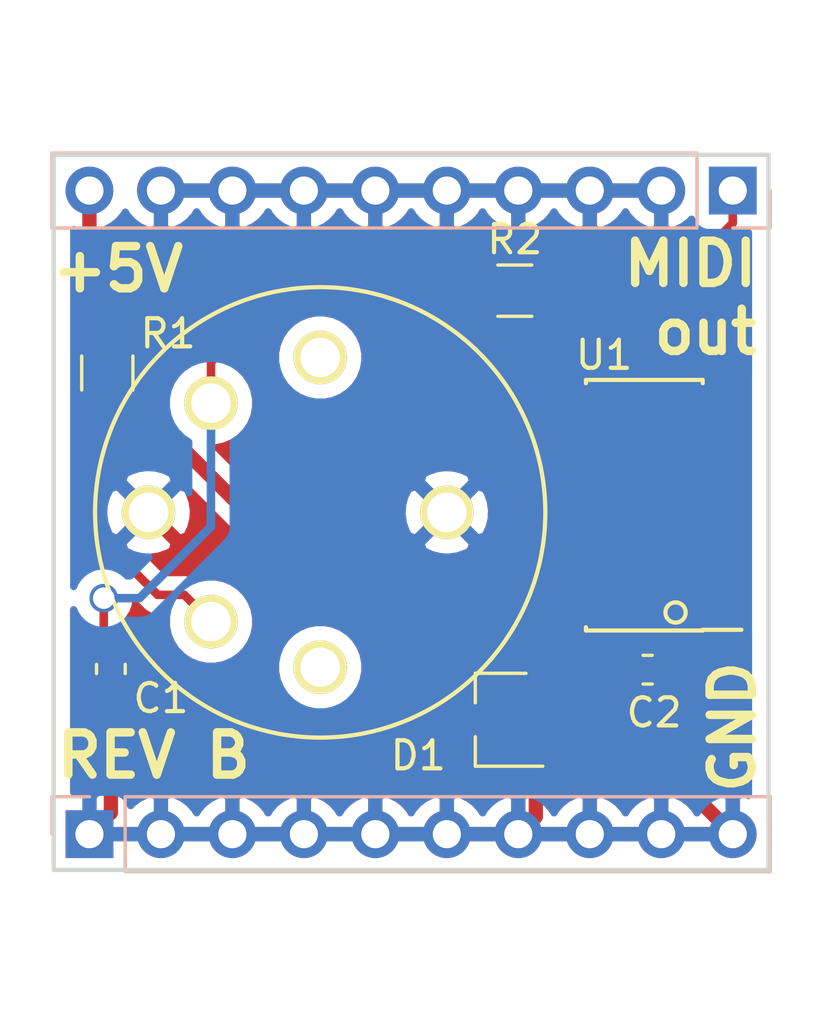
<source format=kicad_pcb>
(kicad_pcb (version 20171130) (host pcbnew "(5.1.0)")

  (general
    (thickness 1.6)
    (drawings 9)
    (tracks 66)
    (zones 0)
    (modules 9)
    (nets 8)
  )

  (page A4)
  (layers
    (0 F.Cu signal)
    (31 B.Cu signal)
    (32 B.Adhes user)
    (33 F.Adhes user)
    (34 B.Paste user)
    (35 F.Paste user)
    (36 B.SilkS user)
    (37 F.SilkS user)
    (38 B.Mask user)
    (39 F.Mask user)
    (40 Dwgs.User user)
    (41 Cmts.User user)
    (42 Eco1.User user)
    (43 Eco2.User user)
    (44 Edge.Cuts user)
    (45 Margin user)
    (46 B.CrtYd user)
    (47 F.CrtYd user)
    (48 B.Fab user)
    (49 F.Fab user)
  )

  (setup
    (last_trace_width 0.3048)
    (trace_clearance 0.254)
    (zone_clearance 0.508)
    (zone_45_only no)
    (trace_min 0.3048)
    (via_size 1.016)
    (via_drill 0.762)
    (via_min_size 0.762)
    (via_min_drill 0.762)
    (uvia_size 0.3)
    (uvia_drill 0.1)
    (uvias_allowed no)
    (uvia_min_size 0.2)
    (uvia_min_drill 0.1)
    (edge_width 0.15)
    (segment_width 0.2)
    (pcb_text_width 0.3)
    (pcb_text_size 1.5 1.5)
    (mod_edge_width 0.15)
    (mod_text_size 1 1)
    (mod_text_width 0.15)
    (pad_size 1.524 1.524)
    (pad_drill 0.762)
    (pad_to_mask_clearance 0.2)
    (aux_axis_origin 0 0)
    (visible_elements FFFFFF7F)
    (pcbplotparams
      (layerselection 0x010fc_ffffffff)
      (usegerberextensions false)
      (usegerberattributes false)
      (usegerberadvancedattributes false)
      (creategerberjobfile false)
      (excludeedgelayer true)
      (linewidth 0.100000)
      (plotframeref false)
      (viasonmask false)
      (mode 1)
      (useauxorigin false)
      (hpglpennumber 1)
      (hpglpenspeed 20)
      (hpglpendiameter 15.000000)
      (psnegative false)
      (psa4output false)
      (plotreference true)
      (plotvalue true)
      (plotinvisibletext false)
      (padsonsilk false)
      (subtractmaskfromsilk false)
      (outputformat 1)
      (mirror false)
      (drillshape 0)
      (scaleselection 1)
      (outputdirectory "midi-out-module"))
  )

  (net 0 "")
  (net 1 "Net-(C1-Pad1)")
  (net 2 GND)
  (net 3 "Net-(R2-Pad2)")
  (net 4 "Net-(U1-Pad11)")
  (net 5 VCC)
  (net 6 "Net-(J3-Pad1)")
  (net 7 "Net-(J1-Pad4)")

  (net_class Default "This is the default net class."
    (clearance 0.254)
    (trace_width 0.3048)
    (via_dia 1.016)
    (via_drill 0.762)
    (uvia_dia 0.3)
    (uvia_drill 0.1)
    (diff_pair_width 0.3048)
    (diff_pair_gap 0.25)
    (add_net "Net-(C1-Pad1)")
    (add_net "Net-(J1-Pad4)")
    (add_net "Net-(J3-Pad1)")
    (add_net "Net-(R2-Pad2)")
    (add_net "Net-(U1-Pad11)")
  )

  (net_class supply ""
    (clearance 0.254)
    (trace_width 0.508)
    (via_dia 1.016)
    (via_drill 0.762)
    (uvia_dia 0.3)
    (uvia_drill 0.1)
    (diff_pair_width 0.3048)
    (diff_pair_gap 0.25)
    (add_net GND)
    (add_net VCC)
  )

  (module Connectors:DIN_CUI_SD-50BV (layer F.Cu) (tedit 5B916F84) (tstamp 5BB587B7)
    (at 55.19 45.72)
    (path /5B92B406)
    (fp_text reference J1 (at 0 9.2) (layer F.SilkS) hide
      (effects (font (size 1 1) (thickness 0.15)))
    )
    (fp_text value DIN-5-GND (at 0 -9.2) (layer F.Fab) hide
      (effects (font (size 1 1) (thickness 0.15)))
    )
    (fp_circle (center 0 0) (end -8 0) (layer F.SilkS) (width 0.15))
    (pad 6 thru_hole circle (at 4.5 0) (size 1.9 1.9) (drill 1.4) (layers *.Cu *.Mask F.SilkS)
      (net 2 GND))
    (pad 1 thru_hole circle (at 0 5.5) (size 1.9 1.9) (drill 1.4) (layers *.Cu *.Mask F.SilkS))
    (pad 4 thru_hole circle (at -3.88 3.88) (size 1.9 1.9) (drill 1.4) (layers *.Cu *.Mask F.SilkS)
      (net 7 "Net-(J1-Pad4)"))
    (pad 2 thru_hole circle (at -6.1 0) (size 1.9 1.9) (drill 1.4) (layers *.Cu *.Mask F.SilkS)
      (net 2 GND))
    (pad 5 thru_hole circle (at -3.88 -3.88) (size 1.9 1.9) (drill 1.4) (layers *.Cu *.Mask F.SilkS)
      (net 1 "Net-(C1-Pad1)"))
    (pad 3 thru_hole circle (at 0 -5.5) (size 1.9 1.9) (drill 1.4) (layers *.Cu *.Mask F.SilkS))
    (model 3D/Connectors/DIN_CUI_SD-50BV.wrl
      (offset (xyz -8.000999879837035 -8.000999879837035 -4.063999938964844))
      (scale (xyz 0.3937 0.3937 0.3937))
      (rotate (xyz 0 0 0))
    )
  )

  (module Resistor_SMD:R_1206_3216Metric (layer F.Cu) (tedit 5B301BBD) (tstamp 5B9D93CC)
    (at 47.625 40.77 270)
    (descr "Resistor SMD 1206 (3216 Metric), square (rectangular) end terminal, IPC_7351 nominal, (Body size source: http://www.tortai-tech.com/upload/download/2011102023233369053.pdf), generated with kicad-footprint-generator")
    (tags resistor)
    (path /5B91F8FA)
    (attr smd)
    (fp_text reference R1 (at -1.4 -2.159) (layer F.SilkS)
      (effects (font (size 1 1) (thickness 0.15)))
    )
    (fp_text value 220 (at 0 1.82 270) (layer F.Fab)
      (effects (font (size 1 1) (thickness 0.15)))
    )
    (fp_line (start -1.6 0.8) (end -1.6 -0.8) (layer F.Fab) (width 0.1))
    (fp_line (start -1.6 -0.8) (end 1.6 -0.8) (layer F.Fab) (width 0.1))
    (fp_line (start 1.6 -0.8) (end 1.6 0.8) (layer F.Fab) (width 0.1))
    (fp_line (start 1.6 0.8) (end -1.6 0.8) (layer F.Fab) (width 0.1))
    (fp_line (start -0.602064 -0.91) (end 0.602064 -0.91) (layer F.SilkS) (width 0.12))
    (fp_line (start -0.602064 0.91) (end 0.602064 0.91) (layer F.SilkS) (width 0.12))
    (fp_line (start -2.28 1.12) (end -2.28 -1.12) (layer F.CrtYd) (width 0.05))
    (fp_line (start -2.28 -1.12) (end 2.28 -1.12) (layer F.CrtYd) (width 0.05))
    (fp_line (start 2.28 -1.12) (end 2.28 1.12) (layer F.CrtYd) (width 0.05))
    (fp_line (start 2.28 1.12) (end -2.28 1.12) (layer F.CrtYd) (width 0.05))
    (fp_text user %R (at 0 0 90) (layer F.Fab)
      (effects (font (size 0.8 0.8) (thickness 0.12)))
    )
    (pad 1 smd roundrect (at -1.4 0 270) (size 1.25 1.75) (layers F.Cu F.Paste F.Mask) (roundrect_rratio 0.2)
      (net 5 VCC))
    (pad 2 smd roundrect (at 1.4 0 270) (size 1.25 1.75) (layers F.Cu F.Paste F.Mask) (roundrect_rratio 0.2)
      (net 7 "Net-(J1-Pad4)"))
    (model ${KISYS3DMOD}/Resistor_SMD.3dshapes/R_1206_3216Metric.wrl
      (at (xyz 0 0 0))
      (scale (xyz 1 1 1))
      (rotate (xyz 0 0 0))
    )
  )

  (module Capacitor_SMD:C_0603_1608Metric (layer F.Cu) (tedit 5B301BBE) (tstamp 5B9D9321)
    (at 47.752 51.2825 270)
    (descr "Capacitor SMD 0603 (1608 Metric), square (rectangular) end terminal, IPC_7351 nominal, (Body size source: http://www.tortai-tech.com/upload/download/2011102023233369053.pdf), generated with kicad-footprint-generator")
    (tags capacitor)
    (path /5B91F859)
    (attr smd)
    (fp_text reference C1 (at 1.0415 -1.778) (layer F.SilkS)
      (effects (font (size 1 1) (thickness 0.15)))
    )
    (fp_text value 1n (at 0 1.43 270) (layer F.Fab)
      (effects (font (size 1 1) (thickness 0.15)))
    )
    (fp_line (start -0.8 0.4) (end -0.8 -0.4) (layer F.Fab) (width 0.1))
    (fp_line (start -0.8 -0.4) (end 0.8 -0.4) (layer F.Fab) (width 0.1))
    (fp_line (start 0.8 -0.4) (end 0.8 0.4) (layer F.Fab) (width 0.1))
    (fp_line (start 0.8 0.4) (end -0.8 0.4) (layer F.Fab) (width 0.1))
    (fp_line (start -0.162779 -0.51) (end 0.162779 -0.51) (layer F.SilkS) (width 0.12))
    (fp_line (start -0.162779 0.51) (end 0.162779 0.51) (layer F.SilkS) (width 0.12))
    (fp_line (start -1.48 0.73) (end -1.48 -0.73) (layer F.CrtYd) (width 0.05))
    (fp_line (start -1.48 -0.73) (end 1.48 -0.73) (layer F.CrtYd) (width 0.05))
    (fp_line (start 1.48 -0.73) (end 1.48 0.73) (layer F.CrtYd) (width 0.05))
    (fp_line (start 1.48 0.73) (end -1.48 0.73) (layer F.CrtYd) (width 0.05))
    (fp_text user %R (at 0 0 270) (layer F.Fab)
      (effects (font (size 0.4 0.4) (thickness 0.06)))
    )
    (pad 1 smd roundrect (at -0.7875 0 270) (size 0.875 0.95) (layers F.Cu F.Paste F.Mask) (roundrect_rratio 0.25)
      (net 1 "Net-(C1-Pad1)"))
    (pad 2 smd roundrect (at 0.7875 0 270) (size 0.875 0.95) (layers F.Cu F.Paste F.Mask) (roundrect_rratio 0.25)
      (net 2 GND))
    (model ${KISYS3DMOD}/Capacitor_SMD.3dshapes/C_0603_1608Metric.wrl
      (at (xyz 0 0 0))
      (scale (xyz 1 1 1))
      (rotate (xyz 0 0 0))
    )
  )

  (module Package_TO_SOT_SMD:SC-59 (layer F.Cu) (tedit 5A02FF57) (tstamp 5B9D9044)
    (at 61.652 53.086 180)
    (descr "SC-59, https://lib.chipdip.ru/images/import_diod/original/SOT-23_SC-59.jpg")
    (tags SC-59)
    (path /5B91F8E1)
    (attr smd)
    (fp_text reference D1 (at 2.978 -1.27 180) (layer F.SilkS)
      (effects (font (size 1 1) (thickness 0.15)))
    )
    (fp_text value BAV99 (at 0 2.5 180) (layer F.Fab)
      (effects (font (size 1 1) (thickness 0.15)))
    )
    (fp_line (start 1.9 1.8) (end -1.9 1.8) (layer F.CrtYd) (width 0.05))
    (fp_line (start 1.9 1.8) (end 1.9 -1.8) (layer F.CrtYd) (width 0.05))
    (fp_line (start -1.9 -1.8) (end -1.9 1.8) (layer F.CrtYd) (width 0.05))
    (fp_line (start -1.9 -1.8) (end 1.9 -1.8) (layer F.CrtYd) (width 0.05))
    (fp_line (start 0.85 -1.52) (end 0.85 1.52) (layer F.Fab) (width 0.1))
    (fp_line (start -0.3 -1.55) (end 0.85 -1.55) (layer F.Fab) (width 0.1))
    (fp_line (start -0.3 -1.55) (end -0.85 -1) (layer F.Fab) (width 0.1))
    (fp_line (start -0.85 1.55) (end 0.85 1.55) (layer F.Fab) (width 0.1))
    (fp_line (start 0.95 1.65) (end 0.95 0.6) (layer F.SilkS) (width 0.12))
    (fp_line (start -0.85 1.65) (end 0.95 1.65) (layer F.SilkS) (width 0.12))
    (fp_line (start 0.95 -1.65) (end 0.95 -0.6) (layer F.SilkS) (width 0.12))
    (fp_line (start -1.45 -1.65) (end 0.95 -1.65) (layer F.SilkS) (width 0.12))
    (fp_line (start -0.85 1.55) (end -0.85 -1) (layer F.Fab) (width 0.1))
    (fp_text user %R (at 0 0 270) (layer F.Fab)
      (effects (font (size 0.5 0.5) (thickness 0.075)))
    )
    (pad 3 smd rect (at 1.2 0 180) (size 0.9 0.8) (layers F.Cu F.Paste F.Mask)
      (net 1 "Net-(C1-Pad1)"))
    (pad 2 smd rect (at -1.2 0.95 180) (size 0.9 0.8) (layers F.Cu F.Paste F.Mask)
      (net 5 VCC))
    (pad 1 smd rect (at -1.2 -0.95 180) (size 0.9 0.8) (layers F.Cu F.Paste F.Mask)
      (net 2 GND))
    (model ${KISYS3DMOD}/Package_TO_SOT_SMD.3dshapes/SC-59.wrl
      (at (xyz 0 0 0))
      (scale (xyz 1 1 1))
      (rotate (xyz 0 0 0))
    )
  )

  (module Resistor_SMD:R_1206_3216Metric (layer F.Cu) (tedit 5B301BBD) (tstamp 5B9D9149)
    (at 62.106 37.846)
    (descr "Resistor SMD 1206 (3216 Metric), square (rectangular) end terminal, IPC_7351 nominal, (Body size source: http://www.tortai-tech.com/upload/download/2011102023233369053.pdf), generated with kicad-footprint-generator")
    (tags resistor)
    (path /5B91F8DA)
    (attr smd)
    (fp_text reference R2 (at 0 -1.82) (layer F.SilkS)
      (effects (font (size 1 1) (thickness 0.15)))
    )
    (fp_text value 220 (at 0 1.82) (layer F.Fab)
      (effects (font (size 1 1) (thickness 0.15)))
    )
    (fp_text user %R (at 0 0) (layer F.Fab)
      (effects (font (size 0.8 0.8) (thickness 0.12)))
    )
    (fp_line (start 2.28 1.12) (end -2.28 1.12) (layer F.CrtYd) (width 0.05))
    (fp_line (start 2.28 -1.12) (end 2.28 1.12) (layer F.CrtYd) (width 0.05))
    (fp_line (start -2.28 -1.12) (end 2.28 -1.12) (layer F.CrtYd) (width 0.05))
    (fp_line (start -2.28 1.12) (end -2.28 -1.12) (layer F.CrtYd) (width 0.05))
    (fp_line (start -0.602064 0.91) (end 0.602064 0.91) (layer F.SilkS) (width 0.12))
    (fp_line (start -0.602064 -0.91) (end 0.602064 -0.91) (layer F.SilkS) (width 0.12))
    (fp_line (start 1.6 0.8) (end -1.6 0.8) (layer F.Fab) (width 0.1))
    (fp_line (start 1.6 -0.8) (end 1.6 0.8) (layer F.Fab) (width 0.1))
    (fp_line (start -1.6 -0.8) (end 1.6 -0.8) (layer F.Fab) (width 0.1))
    (fp_line (start -1.6 0.8) (end -1.6 -0.8) (layer F.Fab) (width 0.1))
    (pad 2 smd roundrect (at 1.4 0) (size 1.25 1.75) (layers F.Cu F.Paste F.Mask) (roundrect_rratio 0.2)
      (net 3 "Net-(R2-Pad2)"))
    (pad 1 smd roundrect (at -1.4 0) (size 1.25 1.75) (layers F.Cu F.Paste F.Mask) (roundrect_rratio 0.2)
      (net 1 "Net-(C1-Pad1)"))
    (model ${KISYS3DMOD}/Resistor_SMD.3dshapes/R_1206_3216Metric.wrl
      (at (xyz 0 0 0))
      (scale (xyz 1 1 1))
      (rotate (xyz 0 0 0))
    )
  )

  (module Package_SO:SOIC-14_3.9x8.7mm_P1.27mm (layer F.Cu) (tedit 5A02F2D3) (tstamp 5CC3A8ED)
    (at 66.708 45.466 180)
    (descr "14-Lead Plastic Small Outline (SL) - Narrow, 3.90 mm Body [SOIC] (see Microchip Packaging Specification 00000049BS.pdf)")
    (tags "SOIC 1.27")
    (path /5B91F8CC)
    (attr smd)
    (fp_text reference U1 (at 1.43 5.334 180) (layer F.SilkS)
      (effects (font (size 1 1) (thickness 0.15)))
    )
    (fp_text value 74LS14 (at 0 5.375 180) (layer F.Fab)
      (effects (font (size 1 1) (thickness 0.15)))
    )
    (fp_text user %R (at 0 0 180) (layer F.Fab)
      (effects (font (size 0.9 0.9) (thickness 0.135)))
    )
    (fp_line (start -0.95 -4.35) (end 1.95 -4.35) (layer F.Fab) (width 0.15))
    (fp_line (start 1.95 -4.35) (end 1.95 4.35) (layer F.Fab) (width 0.15))
    (fp_line (start 1.95 4.35) (end -1.95 4.35) (layer F.Fab) (width 0.15))
    (fp_line (start -1.95 4.35) (end -1.95 -3.35) (layer F.Fab) (width 0.15))
    (fp_line (start -1.95 -3.35) (end -0.95 -4.35) (layer F.Fab) (width 0.15))
    (fp_line (start -3.7 -4.65) (end -3.7 4.65) (layer F.CrtYd) (width 0.05))
    (fp_line (start 3.7 -4.65) (end 3.7 4.65) (layer F.CrtYd) (width 0.05))
    (fp_line (start -3.7 -4.65) (end 3.7 -4.65) (layer F.CrtYd) (width 0.05))
    (fp_line (start -3.7 4.65) (end 3.7 4.65) (layer F.CrtYd) (width 0.05))
    (fp_line (start -2.075 -4.45) (end -2.075 -4.425) (layer F.SilkS) (width 0.15))
    (fp_line (start 2.075 -4.45) (end 2.075 -4.335) (layer F.SilkS) (width 0.15))
    (fp_line (start 2.075 4.45) (end 2.075 4.335) (layer F.SilkS) (width 0.15))
    (fp_line (start -2.075 4.45) (end -2.075 4.335) (layer F.SilkS) (width 0.15))
    (fp_line (start -2.075 -4.45) (end 2.075 -4.45) (layer F.SilkS) (width 0.15))
    (fp_line (start -2.075 4.45) (end 2.075 4.45) (layer F.SilkS) (width 0.15))
    (fp_line (start -2.075 -4.425) (end -3.45 -4.425) (layer F.SilkS) (width 0.15))
    (pad 1 smd rect (at -2.7 -3.81 180) (size 1.5 0.6) (layers F.Cu F.Paste F.Mask)
      (net 2 GND))
    (pad 2 smd rect (at -2.7 -2.54 180) (size 1.5 0.6) (layers F.Cu F.Paste F.Mask))
    (pad 3 smd rect (at -2.7 -1.27 180) (size 1.5 0.6) (layers F.Cu F.Paste F.Mask)
      (net 2 GND))
    (pad 4 smd rect (at -2.7 0 180) (size 1.5 0.6) (layers F.Cu F.Paste F.Mask))
    (pad 5 smd rect (at -2.7 1.27 180) (size 1.5 0.6) (layers F.Cu F.Paste F.Mask)
      (net 2 GND))
    (pad 6 smd rect (at -2.7 2.54 180) (size 1.5 0.6) (layers F.Cu F.Paste F.Mask))
    (pad 7 smd rect (at -2.7 3.81 180) (size 1.5 0.6) (layers F.Cu F.Paste F.Mask)
      (net 2 GND))
    (pad 8 smd rect (at 2.7 3.81 180) (size 1.5 0.6) (layers F.Cu F.Paste F.Mask))
    (pad 9 smd rect (at 2.7 2.54 180) (size 1.5 0.6) (layers F.Cu F.Paste F.Mask)
      (net 2 GND))
    (pad 10 smd rect (at 2.7 1.27 180) (size 1.5 0.6) (layers F.Cu F.Paste F.Mask)
      (net 3 "Net-(R2-Pad2)"))
    (pad 11 smd rect (at 2.7 0 180) (size 1.5 0.6) (layers F.Cu F.Paste F.Mask)
      (net 4 "Net-(U1-Pad11)"))
    (pad 12 smd rect (at 2.7 -1.27 180) (size 1.5 0.6) (layers F.Cu F.Paste F.Mask)
      (net 4 "Net-(U1-Pad11)"))
    (pad 13 smd rect (at 2.7 -2.54 180) (size 1.5 0.6) (layers F.Cu F.Paste F.Mask)
      (net 6 "Net-(J3-Pad1)"))
    (pad 14 smd rect (at 2.7 -3.81 180) (size 1.5 0.6) (layers F.Cu F.Paste F.Mask)
      (net 5 VCC))
    (model ${KISYS3DMOD}/Package_SO.3dshapes/SOIC-14_3.9x8.7mm_P1.27mm.wrl
      (at (xyz 0 0 0))
      (scale (xyz 1 1 1))
      (rotate (xyz 0 0 0))
    )
  )

  (module Connector_PinHeader_2.54mm:PinHeader_1x10_P2.54mm_Vertical (layer B.Cu) (tedit 5B916F96) (tstamp 5B9D8479)
    (at 46.99 57.15 270)
    (descr "Through hole straight pin header, 1x10, 2.54mm pitch, single row")
    (tags "Through hole pin header THT 1x10 2.54mm single row")
    (path /5B9208B1)
    (fp_text reference J2 (at 0 2.33 270) (layer B.SilkS) hide
      (effects (font (size 1 1) (thickness 0.15)) (justify mirror))
    )
    (fp_text value Conn_01x10_Male (at 0 -25.19 270) (layer B.Fab)
      (effects (font (size 1 1) (thickness 0.15)) (justify mirror))
    )
    (fp_line (start -0.635 1.27) (end 1.27 1.27) (layer B.Fab) (width 0.1))
    (fp_line (start 1.27 1.27) (end 1.27 -24.13) (layer B.Fab) (width 0.1))
    (fp_line (start 1.27 -24.13) (end -1.27 -24.13) (layer B.Fab) (width 0.1))
    (fp_line (start -1.27 -24.13) (end -1.27 0.635) (layer B.Fab) (width 0.1))
    (fp_line (start -1.27 0.635) (end -0.635 1.27) (layer B.Fab) (width 0.1))
    (fp_line (start -1.33 -24.19) (end 1.33 -24.19) (layer B.SilkS) (width 0.12))
    (fp_line (start -1.33 -1.27) (end -1.33 -24.19) (layer B.SilkS) (width 0.12))
    (fp_line (start 1.33 -1.27) (end 1.33 -24.19) (layer B.SilkS) (width 0.12))
    (fp_line (start -1.33 -1.27) (end 1.33 -1.27) (layer B.SilkS) (width 0.12))
    (fp_line (start -1.33 0) (end -1.33 1.33) (layer B.SilkS) (width 0.12))
    (fp_line (start -1.33 1.33) (end 0 1.33) (layer B.SilkS) (width 0.12))
    (fp_line (start -1.8 1.8) (end -1.8 -24.65) (layer B.CrtYd) (width 0.05))
    (fp_line (start -1.8 -24.65) (end 1.8 -24.65) (layer B.CrtYd) (width 0.05))
    (fp_line (start 1.8 -24.65) (end 1.8 1.8) (layer B.CrtYd) (width 0.05))
    (fp_line (start 1.8 1.8) (end -1.8 1.8) (layer B.CrtYd) (width 0.05))
    (fp_text user %R (at 0 -11.43 180) (layer B.Fab)
      (effects (font (size 1 1) (thickness 0.15)) (justify mirror))
    )
    (pad 1 thru_hole rect (at 0 0 270) (size 1.7 1.7) (drill 1) (layers *.Cu *.Mask)
      (net 2 GND))
    (pad 2 thru_hole oval (at 0 -2.54 270) (size 1.7 1.7) (drill 1) (layers *.Cu *.Mask)
      (net 2 GND))
    (pad 3 thru_hole oval (at 0 -5.08 270) (size 1.7 1.7) (drill 1) (layers *.Cu *.Mask)
      (net 2 GND))
    (pad 4 thru_hole oval (at 0 -7.62 270) (size 1.7 1.7) (drill 1) (layers *.Cu *.Mask)
      (net 2 GND))
    (pad 5 thru_hole oval (at 0 -10.16 270) (size 1.7 1.7) (drill 1) (layers *.Cu *.Mask)
      (net 2 GND))
    (pad 6 thru_hole oval (at 0 -12.7 270) (size 1.7 1.7) (drill 1) (layers *.Cu *.Mask)
      (net 2 GND))
    (pad 7 thru_hole oval (at 0 -15.24 270) (size 1.7 1.7) (drill 1) (layers *.Cu *.Mask)
      (net 2 GND))
    (pad 8 thru_hole oval (at 0 -17.78 270) (size 1.7 1.7) (drill 1) (layers *.Cu *.Mask)
      (net 2 GND))
    (pad 9 thru_hole oval (at 0 -20.32 270) (size 1.7 1.7) (drill 1) (layers *.Cu *.Mask)
      (net 2 GND))
    (pad 10 thru_hole oval (at 0 -22.86 270) (size 1.7 1.7) (drill 1) (layers *.Cu *.Mask)
      (net 2 GND))
    (model ${KISYS3DMOD}/Connector_PinHeader_2.54mm.3dshapes/PinHeader_1x10_P2.54mm_Vertical.wrl
      (at (xyz 0 0 0))
      (scale (xyz 1 1 1))
      (rotate (xyz 0 0 0))
    )
  )

  (module Connector_PinHeader_2.54mm:PinHeader_1x10_P2.54mm_Vertical (layer B.Cu) (tedit 5B916F91) (tstamp 5B9D8497)
    (at 69.85 34.29 90)
    (descr "Through hole straight pin header, 1x10, 2.54mm pitch, single row")
    (tags "Through hole pin header THT 1x10 2.54mm single row")
    (path /5B9214E6)
    (fp_text reference J3 (at 0 2.33 90) (layer B.SilkS) hide
      (effects (font (size 1 1) (thickness 0.15)) (justify mirror))
    )
    (fp_text value Conn_01x10_Male (at 0 -25.19 90) (layer B.Fab)
      (effects (font (size 1 1) (thickness 0.15)) (justify mirror))
    )
    (fp_text user %R (at 0 -11.43 180) (layer F.Fab)
      (effects (font (size 1 1) (thickness 0.15)))
    )
    (fp_line (start 1.8 1.8) (end -1.8 1.8) (layer B.CrtYd) (width 0.05))
    (fp_line (start 1.8 -24.65) (end 1.8 1.8) (layer B.CrtYd) (width 0.05))
    (fp_line (start -1.8 -24.65) (end 1.8 -24.65) (layer B.CrtYd) (width 0.05))
    (fp_line (start -1.8 1.8) (end -1.8 -24.65) (layer B.CrtYd) (width 0.05))
    (fp_line (start -1.33 1.33) (end 0 1.33) (layer B.SilkS) (width 0.12))
    (fp_line (start -1.33 0) (end -1.33 1.33) (layer B.SilkS) (width 0.12))
    (fp_line (start -1.33 -1.27) (end 1.33 -1.27) (layer B.SilkS) (width 0.12))
    (fp_line (start 1.33 -1.27) (end 1.33 -24.19) (layer B.SilkS) (width 0.12))
    (fp_line (start -1.33 -1.27) (end -1.33 -24.19) (layer B.SilkS) (width 0.12))
    (fp_line (start -1.33 -24.19) (end 1.33 -24.19) (layer B.SilkS) (width 0.12))
    (fp_line (start -1.27 0.635) (end -0.635 1.27) (layer B.Fab) (width 0.1))
    (fp_line (start -1.27 -24.13) (end -1.27 0.635) (layer B.Fab) (width 0.1))
    (fp_line (start 1.27 -24.13) (end -1.27 -24.13) (layer B.Fab) (width 0.1))
    (fp_line (start 1.27 1.27) (end 1.27 -24.13) (layer B.Fab) (width 0.1))
    (fp_line (start -0.635 1.27) (end 1.27 1.27) (layer B.Fab) (width 0.1))
    (pad 10 thru_hole oval (at 0 -22.86 90) (size 1.7 1.7) (drill 1) (layers *.Cu *.Mask)
      (net 5 VCC))
    (pad 9 thru_hole oval (at 0 -20.32 90) (size 1.7 1.7) (drill 1) (layers *.Cu *.Mask)
      (net 2 GND))
    (pad 8 thru_hole oval (at 0 -17.78 90) (size 1.7 1.7) (drill 1) (layers *.Cu *.Mask)
      (net 2 GND))
    (pad 7 thru_hole oval (at 0 -15.24 90) (size 1.7 1.7) (drill 1) (layers *.Cu *.Mask)
      (net 2 GND))
    (pad 6 thru_hole oval (at 0 -12.7 90) (size 1.7 1.7) (drill 1) (layers *.Cu *.Mask)
      (net 2 GND))
    (pad 5 thru_hole oval (at 0 -10.16 90) (size 1.7 1.7) (drill 1) (layers *.Cu *.Mask)
      (net 2 GND))
    (pad 4 thru_hole oval (at 0 -7.62 90) (size 1.7 1.7) (drill 1) (layers *.Cu *.Mask)
      (net 2 GND))
    (pad 3 thru_hole oval (at 0 -5.08 90) (size 1.7 1.7) (drill 1) (layers *.Cu *.Mask)
      (net 2 GND))
    (pad 2 thru_hole oval (at 0 -2.54 90) (size 1.7 1.7) (drill 1) (layers *.Cu *.Mask)
      (net 2 GND))
    (pad 1 thru_hole rect (at 0 0 90) (size 1.7 1.7) (drill 1) (layers *.Cu *.Mask)
      (net 6 "Net-(J3-Pad1)"))
    (model ${KISYS3DMOD}/Connector_PinHeader_2.54mm.3dshapes/PinHeader_1x10_P2.54mm_Vertical.wrl
      (at (xyz 0 0 0))
      (scale (xyz 1 1 1))
      (rotate (xyz 0 0 0))
    )
  )

  (module Capacitor_SMD:C_0603_1608Metric (layer F.Cu) (tedit 5B301BBE) (tstamp 5B9D8E0B)
    (at 66.8275 51.308)
    (descr "Capacitor SMD 0603 (1608 Metric), square (rectangular) end terminal, IPC_7351 nominal, (Body size source: http://www.tortai-tech.com/upload/download/2011102023233369053.pdf), generated with kicad-footprint-generator")
    (tags capacitor)
    (path /5B92E316)
    (attr smd)
    (fp_text reference C2 (at 0.2285 1.524) (layer F.SilkS)
      (effects (font (size 1 1) (thickness 0.15)))
    )
    (fp_text value 100n (at 0 1.43) (layer F.Fab)
      (effects (font (size 1 1) (thickness 0.15)))
    )
    (fp_line (start -0.8 0.4) (end -0.8 -0.4) (layer F.Fab) (width 0.1))
    (fp_line (start -0.8 -0.4) (end 0.8 -0.4) (layer F.Fab) (width 0.1))
    (fp_line (start 0.8 -0.4) (end 0.8 0.4) (layer F.Fab) (width 0.1))
    (fp_line (start 0.8 0.4) (end -0.8 0.4) (layer F.Fab) (width 0.1))
    (fp_line (start -0.162779 -0.51) (end 0.162779 -0.51) (layer F.SilkS) (width 0.12))
    (fp_line (start -0.162779 0.51) (end 0.162779 0.51) (layer F.SilkS) (width 0.12))
    (fp_line (start -1.48 0.73) (end -1.48 -0.73) (layer F.CrtYd) (width 0.05))
    (fp_line (start -1.48 -0.73) (end 1.48 -0.73) (layer F.CrtYd) (width 0.05))
    (fp_line (start 1.48 -0.73) (end 1.48 0.73) (layer F.CrtYd) (width 0.05))
    (fp_line (start 1.48 0.73) (end -1.48 0.73) (layer F.CrtYd) (width 0.05))
    (fp_text user %R (at 0 0) (layer F.Fab)
      (effects (font (size 0.4 0.4) (thickness 0.06)))
    )
    (pad 1 smd roundrect (at -0.7875 0) (size 0.875 0.95) (layers F.Cu F.Paste F.Mask) (roundrect_rratio 0.25)
      (net 5 VCC))
    (pad 2 smd roundrect (at 0.7875 0) (size 0.875 0.95) (layers F.Cu F.Paste F.Mask) (roundrect_rratio 0.25)
      (net 2 GND))
    (model ${KISYS3DMOD}/Capacitor_SMD.3dshapes/C_0603_1608Metric.wrl
      (at (xyz 0 0 0))
      (scale (xyz 1 1 1))
      (rotate (xyz 0 0 0))
    )
  )

  (gr_circle (center 67.818 49.276) (end 68.072 49.53) (layer F.SilkS) (width 0.15))
  (gr_text "REV B" (at 49.276 54.356) (layer F.SilkS) (tstamp 5B919361)
    (effects (font (size 1.5 1.5) (thickness 0.3)))
  )
  (gr_text GND (at 69.85 53.34 90) (layer F.SilkS) (tstamp 5B9D9432)
    (effects (font (size 1.5 1.5) (thickness 0.3)))
  )
  (gr_text "MIDI\nout" (at 70.866 38.1) (layer F.SilkS) (tstamp 5B9D942C)
    (effects (font (size 1.5 1.5) (thickness 0.3)) (justify right))
  )
  (gr_text +5V (at 48.006 37.084) (layer F.SilkS)
    (effects (font (size 1.5 1.5) (thickness 0.3)))
  )
  (gr_line (start 45.72 58.42) (end 45.72 33.02) (layer Edge.Cuts) (width 0.15))
  (gr_line (start 71.12 58.42) (end 45.72 58.42) (layer Edge.Cuts) (width 0.15))
  (gr_line (start 71.12 33.02) (end 71.12 58.42) (layer Edge.Cuts) (width 0.15))
  (gr_line (start 45.72 33.02) (end 71.12 33.02) (layer Edge.Cuts) (width 0.15))

  (segment (start 59.6972 53.086) (end 60.452 53.086) (width 0.3048) (layer F.Cu) (net 1))
  (segment (start 50.343 53.086) (end 59.6972 53.086) (width 0.3048) (layer F.Cu) (net 1))
  (segment (start 47.752 50.495) (end 50.343 53.086) (width 0.3048) (layer F.Cu) (net 1))
  (segment (start 53.848 37.846) (end 51.31 40.384) (width 0.3048) (layer F.Cu) (net 1))
  (segment (start 51.31 40.384) (end 51.31 41.84) (width 0.3048) (layer F.Cu) (net 1))
  (segment (start 60.706 37.846) (end 53.848 37.846) (width 0.3048) (layer F.Cu) (net 1))
  (segment (start 51.31 43.183502) (end 51.308 43.185502) (width 0.3048) (layer B.Cu) (net 1))
  (segment (start 51.31 41.84) (end 51.31 43.183502) (width 0.3048) (layer B.Cu) (net 1))
  (segment (start 51.308 43.185502) (end 51.308 46.228) (width 0.3048) (layer B.Cu) (net 1))
  (segment (start 51.308 46.228) (end 48.768 48.768) (width 0.3048) (layer B.Cu) (net 1))
  (via (at 47.498 48.768) (size 1.016) (drill 0.762) (layers F.Cu B.Cu) (net 1))
  (segment (start 48.768 48.768) (end 47.498 48.768) (width 0.3048) (layer B.Cu) (net 1))
  (segment (start 47.498 50.241) (end 47.752 50.495) (width 0.3048) (layer F.Cu) (net 1))
  (segment (start 47.498 48.768) (end 47.498 50.241) (width 0.3048) (layer F.Cu) (net 1))
  (segment (start 67.615 51.069) (end 69.408 49.276) (width 0.508) (layer F.Cu) (net 2))
  (segment (start 67.615 51.308) (end 67.615 51.069) (width 0.508) (layer F.Cu) (net 2))
  (segment (start 68.15 46.736) (end 69.408 46.736) (width 0.508) (layer F.Cu) (net 2))
  (segment (start 67.615 47.271) (end 68.15 46.736) (width 0.508) (layer F.Cu) (net 2))
  (segment (start 67.615 51.308) (end 67.615 47.271) (width 0.508) (layer F.Cu) (net 2))
  (segment (start 68.15 44.196) (end 69.408 44.196) (width 0.508) (layer F.Cu) (net 2))
  (segment (start 67.615 44.731) (end 68.15 44.196) (width 0.508) (layer F.Cu) (net 2))
  (segment (start 67.615 47.271) (end 67.615 44.731) (width 0.508) (layer F.Cu) (net 2))
  (segment (start 68.15 41.656) (end 69.408 41.656) (width 0.508) (layer F.Cu) (net 2))
  (segment (start 67.615 42.191) (end 68.15 41.656) (width 0.508) (layer F.Cu) (net 2))
  (segment (start 67.615 44.731) (end 67.615 42.191) (width 0.508) (layer F.Cu) (net 2))
  (segment (start 67.615 54.915) (end 67.615 51.308) (width 0.508) (layer F.Cu) (net 2))
  (segment (start 69.85 57.15) (end 67.615 54.915) (width 0.508) (layer F.Cu) (net 2))
  (segment (start 69.85 57.15) (end 67.31 57.15) (width 0.508) (layer F.Cu) (net 2))
  (segment (start 67.31 57.15) (end 64.77 57.15) (width 0.508) (layer F.Cu) (net 2))
  (segment (start 64.77 57.15) (end 62.23 57.15) (width 0.508) (layer F.Cu) (net 2))
  (segment (start 62.23 57.15) (end 59.69 57.15) (width 0.508) (layer F.Cu) (net 2))
  (segment (start 59.69 57.15) (end 57.15 57.15) (width 0.508) (layer F.Cu) (net 2))
  (segment (start 57.15 57.15) (end 54.61 57.15) (width 0.508) (layer F.Cu) (net 2))
  (segment (start 54.61 57.15) (end 52.07 57.15) (width 0.508) (layer F.Cu) (net 2))
  (segment (start 52.07 57.15) (end 49.53 57.15) (width 0.508) (layer F.Cu) (net 2))
  (segment (start 62.852 56.528) (end 62.23 57.15) (width 0.508) (layer F.Cu) (net 2))
  (segment (start 62.852 54.036) (end 62.852 56.528) (width 0.508) (layer F.Cu) (net 2))
  (segment (start 47.752 56.388) (end 46.99 57.15) (width 0.508) (layer F.Cu) (net 2))
  (segment (start 47.752 52.07) (end 47.752 56.388) (width 0.508) (layer F.Cu) (net 2))
  (segment (start 63.506 37.846) (end 63.506 38.856) (width 0.3048) (layer F.Cu) (net 3))
  (segment (start 63.506 38.856) (end 61.976 40.386) (width 0.3048) (layer F.Cu) (net 3))
  (segment (start 61.976 40.386) (end 61.976 43.688) (width 0.3048) (layer F.Cu) (net 3))
  (segment (start 62.484 44.196) (end 64.008 44.196) (width 0.3048) (layer F.Cu) (net 3))
  (segment (start 61.976 43.688) (end 62.484 44.196) (width 0.3048) (layer F.Cu) (net 3))
  (segment (start 64.008 45.466) (end 64.008 46.736) (width 0.3048) (layer F.Cu) (net 4))
  (segment (start 62.852 50.432) (end 64.008 49.276) (width 0.508) (layer F.Cu) (net 5))
  (segment (start 62.852 52.136) (end 62.852 50.432) (width 0.508) (layer F.Cu) (net 5))
  (segment (start 66.04 51.308) (end 64.008 49.276) (width 0.508) (layer F.Cu) (net 5))
  (segment (start 46.99 38.735) (end 47.625 39.37) (width 0.508) (layer F.Cu) (net 5))
  (segment (start 46.99 34.29) (end 46.99 38.735) (width 0.508) (layer F.Cu) (net 5))
  (segment (start 47.625 39.37) (end 48.768 39.37) (width 0.508) (layer F.Cu) (net 5))
  (segment (start 48.768 39.37) (end 49.53 40.132) (width 0.508) (layer F.Cu) (net 5))
  (segment (start 49.53 40.132) (end 49.53 42.672) (width 0.508) (layer F.Cu) (net 5))
  (segment (start 56.134 49.276) (end 64.008 49.276) (width 0.508) (layer F.Cu) (net 5))
  (segment (start 49.53 42.672) (end 56.134 49.276) (width 0.508) (layer F.Cu) (net 5))
  (segment (start 69.85 35.4448) (end 66.548 38.7468) (width 0.3048) (layer F.Cu) (net 6))
  (segment (start 69.85 34.29) (end 69.85 35.4448) (width 0.3048) (layer F.Cu) (net 6))
  (segment (start 66.548 38.7468) (end 66.548 46.99) (width 0.3048) (layer F.Cu) (net 6))
  (segment (start 65.532 48.006) (end 64.008 48.006) (width 0.3048) (layer F.Cu) (net 6))
  (segment (start 66.548 46.99) (end 65.532 48.006) (width 0.3048) (layer F.Cu) (net 6))
  (segment (start 47.625 42.17) (end 47.625 44.577) (width 0.3048) (layer F.Cu) (net 7))
  (segment (start 47.625 44.577) (end 47.244 44.958) (width 0.3048) (layer F.Cu) (net 7))
  (segment (start 47.244 44.958) (end 47.244 46.482) (width 0.3048) (layer F.Cu) (net 7))
  (segment (start 49.412001 48.650001) (end 50.360001 48.650001) (width 0.3048) (layer F.Cu) (net 7))
  (segment (start 47.244 46.482) (end 49.412001 48.650001) (width 0.3048) (layer F.Cu) (net 7))
  (segment (start 50.360001 48.650001) (end 51.31 49.6) (width 0.3048) (layer F.Cu) (net 7))

  (zone (net 2) (net_name GND) (layer F.Cu) (tstamp 5CC6458A) (hatch edge 0.508)
    (connect_pads (clearance 0.508))
    (min_thickness 0.254)
    (fill yes (arc_segments 16) (thermal_gap 0.508) (thermal_bridge_width 0.508))
    (polygon
      (pts
        (xy 45.974 33.274) (xy 70.866 33.274) (xy 70.866 58.166) (xy 45.974 58.166)
      )
    )
    (filled_polygon
      (pts
        (xy 70.41 40.770678) (xy 70.40218 40.766498) (xy 70.282482 40.730188) (xy 70.158 40.717928) (xy 69.69375 40.721)
        (xy 69.535 40.87975) (xy 69.535 41.529) (xy 69.555 41.529) (xy 69.555 41.783) (xy 69.535 41.783)
        (xy 69.535 41.803) (xy 69.281 41.803) (xy 69.281 41.783) (xy 68.18175 41.783) (xy 68.023 41.94175)
        (xy 68.019928 41.956) (xy 68.032188 42.080482) (xy 68.068498 42.20018) (xy 68.117043 42.291) (xy 68.068498 42.38182)
        (xy 68.032188 42.501518) (xy 68.019928 42.626) (xy 68.019928 43.226) (xy 68.032188 43.350482) (xy 68.068498 43.47018)
        (xy 68.117043 43.561) (xy 68.068498 43.65182) (xy 68.032188 43.771518) (xy 68.019928 43.896) (xy 68.023 43.91025)
        (xy 68.18175 44.069) (xy 69.281 44.069) (xy 69.281 44.049) (xy 69.535 44.049) (xy 69.535 44.069)
        (xy 69.555 44.069) (xy 69.555 44.323) (xy 69.535 44.323) (xy 69.535 44.343) (xy 69.281 44.343)
        (xy 69.281 44.323) (xy 68.18175 44.323) (xy 68.023 44.48175) (xy 68.019928 44.496) (xy 68.032188 44.620482)
        (xy 68.068498 44.74018) (xy 68.117043 44.831) (xy 68.068498 44.92182) (xy 68.032188 45.041518) (xy 68.019928 45.166)
        (xy 68.019928 45.766) (xy 68.032188 45.890482) (xy 68.068498 46.01018) (xy 68.117043 46.101) (xy 68.068498 46.19182)
        (xy 68.032188 46.311518) (xy 68.019928 46.436) (xy 68.023 46.45025) (xy 68.18175 46.609) (xy 69.281 46.609)
        (xy 69.281 46.589) (xy 69.535 46.589) (xy 69.535 46.609) (xy 69.555 46.609) (xy 69.555 46.863)
        (xy 69.535 46.863) (xy 69.535 46.883) (xy 69.281 46.883) (xy 69.281 46.863) (xy 68.18175 46.863)
        (xy 68.023 47.02175) (xy 68.019928 47.036) (xy 68.032188 47.160482) (xy 68.068498 47.28018) (xy 68.117043 47.371)
        (xy 68.068498 47.46182) (xy 68.032188 47.581518) (xy 68.019928 47.706) (xy 68.019928 48.306) (xy 68.032188 48.430482)
        (xy 68.068498 48.55018) (xy 68.117043 48.641) (xy 68.068498 48.73182) (xy 68.032188 48.851518) (xy 68.019928 48.976)
        (xy 68.023 48.99025) (xy 68.18175 49.149) (xy 69.281 49.149) (xy 69.281 49.129) (xy 69.535 49.129)
        (xy 69.535 49.149) (xy 69.555 49.149) (xy 69.555 49.403) (xy 69.535 49.403) (xy 69.535 50.05225)
        (xy 69.69375 50.211) (xy 70.158 50.214072) (xy 70.282482 50.201812) (xy 70.40218 50.165502) (xy 70.410001 50.161322)
        (xy 70.410001 55.779802) (xy 70.354099 55.753175) (xy 70.20689 55.708524) (xy 69.977 55.829845) (xy 69.977 57.023)
        (xy 69.997 57.023) (xy 69.997 57.277) (xy 69.977 57.277) (xy 69.977 57.297) (xy 69.723 57.297)
        (xy 69.723 57.277) (xy 67.437 57.277) (xy 67.437 57.297) (xy 67.183 57.297) (xy 67.183 57.277)
        (xy 64.897 57.277) (xy 64.897 57.297) (xy 64.643 57.297) (xy 64.643 57.277) (xy 62.357 57.277)
        (xy 62.357 57.297) (xy 62.103 57.297) (xy 62.103 57.277) (xy 59.817 57.277) (xy 59.817 57.297)
        (xy 59.563 57.297) (xy 59.563 57.277) (xy 57.277 57.277) (xy 57.277 57.297) (xy 57.023 57.297)
        (xy 57.023 57.277) (xy 54.737 57.277) (xy 54.737 57.297) (xy 54.483 57.297) (xy 54.483 57.277)
        (xy 52.197 57.277) (xy 52.197 57.297) (xy 51.943 57.297) (xy 51.943 57.277) (xy 49.657 57.277)
        (xy 49.657 57.297) (xy 49.403 57.297) (xy 49.403 57.277) (xy 47.117 57.277) (xy 47.117 57.297)
        (xy 46.863 57.297) (xy 46.863 57.277) (xy 46.843 57.277) (xy 46.843 57.023) (xy 46.863 57.023)
        (xy 46.863 55.82375) (xy 47.117 55.82375) (xy 47.117 57.023) (xy 49.403 57.023) (xy 49.403 55.829845)
        (xy 49.657 55.829845) (xy 49.657 57.023) (xy 51.943 57.023) (xy 51.943 55.829845) (xy 52.197 55.829845)
        (xy 52.197 57.023) (xy 54.483 57.023) (xy 54.483 55.829845) (xy 54.737 55.829845) (xy 54.737 57.023)
        (xy 57.023 57.023) (xy 57.023 55.829845) (xy 57.277 55.829845) (xy 57.277 57.023) (xy 59.563 57.023)
        (xy 59.563 55.829845) (xy 59.817 55.829845) (xy 59.817 57.023) (xy 62.103 57.023) (xy 62.103 55.829845)
        (xy 62.357 55.829845) (xy 62.357 57.023) (xy 64.643 57.023) (xy 64.643 55.829845) (xy 64.897 55.829845)
        (xy 64.897 57.023) (xy 67.183 57.023) (xy 67.183 55.829845) (xy 67.437 55.829845) (xy 67.437 57.023)
        (xy 69.723 57.023) (xy 69.723 55.829845) (xy 69.49311 55.708524) (xy 69.345901 55.753175) (xy 69.08308 55.878359)
        (xy 68.849731 56.052412) (xy 68.654822 56.268645) (xy 68.58 56.394255) (xy 68.505178 56.268645) (xy 68.310269 56.052412)
        (xy 68.07692 55.878359) (xy 67.814099 55.753175) (xy 67.66689 55.708524) (xy 67.437 55.829845) (xy 67.183 55.829845)
        (xy 66.95311 55.708524) (xy 66.805901 55.753175) (xy 66.54308 55.878359) (xy 66.309731 56.052412) (xy 66.114822 56.268645)
        (xy 66.04 56.394255) (xy 65.965178 56.268645) (xy 65.770269 56.052412) (xy 65.53692 55.878359) (xy 65.274099 55.753175)
        (xy 65.12689 55.708524) (xy 64.897 55.829845) (xy 64.643 55.829845) (xy 64.41311 55.708524) (xy 64.265901 55.753175)
        (xy 64.00308 55.878359) (xy 63.769731 56.052412) (xy 63.574822 56.268645) (xy 63.5 56.394255) (xy 63.425178 56.268645)
        (xy 63.230269 56.052412) (xy 62.99692 55.878359) (xy 62.734099 55.753175) (xy 62.58689 55.708524) (xy 62.357 55.829845)
        (xy 62.103 55.829845) (xy 61.87311 55.708524) (xy 61.725901 55.753175) (xy 61.46308 55.878359) (xy 61.229731 56.052412)
        (xy 61.034822 56.268645) (xy 60.96 56.394255) (xy 60.885178 56.268645) (xy 60.690269 56.052412) (xy 60.45692 55.878359)
        (xy 60.194099 55.753175) (xy 60.04689 55.708524) (xy 59.817 55.829845) (xy 59.563 55.829845) (xy 59.33311 55.708524)
        (xy 59.185901 55.753175) (xy 58.92308 55.878359) (xy 58.689731 56.052412) (xy 58.494822 56.268645) (xy 58.42 56.394255)
        (xy 58.345178 56.268645) (xy 58.150269 56.052412) (xy 57.91692 55.878359) (xy 57.654099 55.753175) (xy 57.50689 55.708524)
        (xy 57.277 55.829845) (xy 57.023 55.829845) (xy 56.79311 55.708524) (xy 56.645901 55.753175) (xy 56.38308 55.878359)
        (xy 56.149731 56.052412) (xy 55.954822 56.268645) (xy 55.88 56.394255) (xy 55.805178 56.268645) (xy 55.610269 56.052412)
        (xy 55.37692 55.878359) (xy 55.114099 55.753175) (xy 54.96689 55.708524) (xy 54.737 55.829845) (xy 54.483 55.829845)
        (xy 54.25311 55.708524) (xy 54.105901 55.753175) (xy 53.84308 55.878359) (xy 53.609731 56.052412) (xy 53.414822 56.268645)
        (xy 53.34 56.394255) (xy 53.265178 56.268645) (xy 53.070269 56.052412) (xy 52.83692 55.878359) (xy 52.574099 55.753175)
        (xy 52.42689 55.708524) (xy 52.197 55.829845) (xy 51.943 55.829845) (xy 51.71311 55.708524) (xy 51.565901 55.753175)
        (xy 51.30308 55.878359) (xy 51.069731 56.052412) (xy 50.874822 56.268645) (xy 50.8 56.394255) (xy 50.725178 56.268645)
        (xy 50.530269 56.052412) (xy 50.29692 55.878359) (xy 50.034099 55.753175) (xy 49.88689 55.708524) (xy 49.657 55.829845)
        (xy 49.403 55.829845) (xy 49.17311 55.708524) (xy 49.025901 55.753175) (xy 48.76308 55.878359) (xy 48.529731 56.052412)
        (xy 48.453966 56.136466) (xy 48.429502 56.05582) (xy 48.370537 55.945506) (xy 48.291185 55.848815) (xy 48.194494 55.769463)
        (xy 48.08418 55.710498) (xy 47.964482 55.674188) (xy 47.84 55.661928) (xy 47.27575 55.665) (xy 47.117 55.82375)
        (xy 46.863 55.82375) (xy 46.70425 55.665) (xy 46.43 55.663507) (xy 46.43 54.436) (xy 61.763928 54.436)
        (xy 61.776188 54.560482) (xy 61.812498 54.68018) (xy 61.871463 54.790494) (xy 61.950815 54.887185) (xy 62.047506 54.966537)
        (xy 62.15782 55.025502) (xy 62.277518 55.061812) (xy 62.402 55.074072) (xy 62.56625 55.071) (xy 62.725 54.91225)
        (xy 62.725 54.163) (xy 62.979 54.163) (xy 62.979 54.91225) (xy 63.13775 55.071) (xy 63.302 55.074072)
        (xy 63.426482 55.061812) (xy 63.54618 55.025502) (xy 63.656494 54.966537) (xy 63.753185 54.887185) (xy 63.832537 54.790494)
        (xy 63.891502 54.68018) (xy 63.927812 54.560482) (xy 63.940072 54.436) (xy 63.937 54.32175) (xy 63.77825 54.163)
        (xy 62.979 54.163) (xy 62.725 54.163) (xy 61.92575 54.163) (xy 61.767 54.32175) (xy 61.763928 54.436)
        (xy 46.43 54.436) (xy 46.43 52.5075) (xy 46.638928 52.5075) (xy 46.651188 52.631982) (xy 46.687498 52.75168)
        (xy 46.746463 52.861994) (xy 46.825815 52.958685) (xy 46.922506 53.038037) (xy 47.03282 53.097002) (xy 47.152518 53.133312)
        (xy 47.277 53.145572) (xy 47.46625 53.1425) (xy 47.625 52.98375) (xy 47.625 52.197) (xy 46.80075 52.197)
        (xy 46.642 52.35575) (xy 46.638928 52.5075) (xy 46.43 52.5075) (xy 46.43 49.176422) (xy 46.485087 49.309413)
        (xy 46.610174 49.49662) (xy 46.710601 49.597047) (xy 46.710601 49.936289) (xy 46.70415 49.948358) (xy 46.655392 50.109092)
        (xy 46.638928 50.27625) (xy 46.638928 50.71375) (xy 46.655392 50.880908) (xy 46.70415 51.041642) (xy 46.783329 51.189775)
        (xy 46.8011 51.21143) (xy 46.746463 51.278006) (xy 46.687498 51.38832) (xy 46.651188 51.508018) (xy 46.638928 51.6325)
        (xy 46.642 51.78425) (xy 46.80075 51.943) (xy 47.625 51.943) (xy 47.625 51.923) (xy 47.879 51.923)
        (xy 47.879 51.943) (xy 47.899 51.943) (xy 47.899 52.197) (xy 47.879 52.197) (xy 47.879 52.98375)
        (xy 48.03775 53.1425) (xy 48.227 53.145572) (xy 48.351482 53.133312) (xy 48.47118 53.097002) (xy 48.581494 53.038037)
        (xy 48.678185 52.958685) (xy 48.757537 52.861994) (xy 48.816502 52.75168) (xy 48.834802 52.691353) (xy 49.758881 53.615433)
        (xy 49.783531 53.645469) (xy 49.813567 53.670119) (xy 49.813569 53.670121) (xy 49.877055 53.722222) (xy 49.903428 53.743866)
        (xy 50.040217 53.816982) (xy 50.188643 53.862006) (xy 50.304327 53.8734) (xy 50.304336 53.8734) (xy 50.342999 53.877208)
        (xy 50.381662 53.8734) (xy 59.498468 53.8734) (xy 59.550815 53.937185) (xy 59.647506 54.016537) (xy 59.75782 54.075502)
        (xy 59.877518 54.111812) (xy 60.002 54.124072) (xy 60.902 54.124072) (xy 61.026482 54.111812) (xy 61.14618 54.075502)
        (xy 61.256494 54.016537) (xy 61.353185 53.937185) (xy 61.432537 53.840494) (xy 61.491502 53.73018) (xy 61.527812 53.610482)
        (xy 61.540072 53.486) (xy 61.540072 52.686) (xy 61.527812 52.561518) (xy 61.491502 52.44182) (xy 61.432537 52.331506)
        (xy 61.353185 52.234815) (xy 61.256494 52.155463) (xy 61.14618 52.096498) (xy 61.026482 52.060188) (xy 60.902 52.047928)
        (xy 60.002 52.047928) (xy 59.877518 52.060188) (xy 59.75782 52.096498) (xy 59.647506 52.155463) (xy 59.550815 52.234815)
        (xy 59.498468 52.2986) (xy 56.352929 52.2986) (xy 56.42115 52.230379) (xy 56.594609 51.970779) (xy 56.714089 51.682327)
        (xy 56.775 51.376109) (xy 56.775 51.063891) (xy 56.714089 50.757673) (xy 56.594609 50.469221) (xy 56.42115 50.209621)
        (xy 56.376529 50.165) (xy 62.003992 50.165) (xy 61.975864 50.257726) (xy 61.9587 50.432) (xy 61.963001 50.47567)
        (xy 61.963001 51.274815) (xy 61.950815 51.284815) (xy 61.871463 51.381506) (xy 61.812498 51.49182) (xy 61.776188 51.611518)
        (xy 61.763928 51.736) (xy 61.763928 52.536) (xy 61.776188 52.660482) (xy 61.812498 52.78018) (xy 61.871463 52.890494)
        (xy 61.950815 52.987185) (xy 62.047506 53.066537) (xy 62.083918 53.086) (xy 62.047506 53.105463) (xy 61.950815 53.184815)
        (xy 61.871463 53.281506) (xy 61.812498 53.39182) (xy 61.776188 53.511518) (xy 61.763928 53.636) (xy 61.767 53.75025)
        (xy 61.92575 53.909) (xy 62.725 53.909) (xy 62.725 53.889) (xy 62.979 53.889) (xy 62.979 53.909)
        (xy 63.77825 53.909) (xy 63.937 53.75025) (xy 63.940072 53.636) (xy 63.927812 53.511518) (xy 63.891502 53.39182)
        (xy 63.832537 53.281506) (xy 63.753185 53.184815) (xy 63.656494 53.105463) (xy 63.620082 53.086) (xy 63.656494 53.066537)
        (xy 63.753185 52.987185) (xy 63.832537 52.890494) (xy 63.891502 52.78018) (xy 63.927812 52.660482) (xy 63.940072 52.536)
        (xy 63.940072 51.736) (xy 63.927812 51.611518) (xy 63.891502 51.49182) (xy 63.832537 51.381506) (xy 63.753185 51.284815)
        (xy 63.741 51.274815) (xy 63.741 50.800235) (xy 64.008 50.533235) (xy 64.964428 51.489664) (xy 64.964428 51.56425)
        (xy 64.980892 51.731408) (xy 65.02965 51.892142) (xy 65.108829 52.040275) (xy 65.215385 52.170115) (xy 65.345225 52.276671)
        (xy 65.493358 52.35585) (xy 65.654092 52.404608) (xy 65.82125 52.421072) (xy 66.25875 52.421072) (xy 66.425908 52.404608)
        (xy 66.586642 52.35585) (xy 66.734775 52.276671) (xy 66.75643 52.2589) (xy 66.823006 52.313537) (xy 66.93332 52.372502)
        (xy 67.053018 52.408812) (xy 67.1775 52.421072) (xy 67.32925 52.418) (xy 67.488 52.25925) (xy 67.488 51.435)
        (xy 67.742 51.435) (xy 67.742 52.25925) (xy 67.90075 52.418) (xy 68.0525 52.421072) (xy 68.176982 52.408812)
        (xy 68.29668 52.372502) (xy 68.406994 52.313537) (xy 68.503685 52.234185) (xy 68.583037 52.137494) (xy 68.642002 52.02718)
        (xy 68.678312 51.907482) (xy 68.690572 51.783) (xy 68.6875 51.59375) (xy 68.52875 51.435) (xy 67.742 51.435)
        (xy 67.488 51.435) (xy 67.468 51.435) (xy 67.468 51.181) (xy 67.488 51.181) (xy 67.488 50.35675)
        (xy 67.742 50.35675) (xy 67.742 51.181) (xy 68.52875 51.181) (xy 68.6875 51.02225) (xy 68.690572 50.833)
        (xy 68.678312 50.708518) (xy 68.642002 50.58882) (xy 68.583037 50.478506) (xy 68.503685 50.381815) (xy 68.406994 50.302463)
        (xy 68.29668 50.243498) (xy 68.176982 50.207188) (xy 68.0525 50.194928) (xy 67.90075 50.198) (xy 67.742 50.35675)
        (xy 67.488 50.35675) (xy 67.32925 50.198) (xy 67.1775 50.194928) (xy 67.053018 50.207188) (xy 66.93332 50.243498)
        (xy 66.823006 50.302463) (xy 66.75643 50.3571) (xy 66.734775 50.339329) (xy 66.586642 50.26015) (xy 66.425908 50.211392)
        (xy 66.25875 50.194928) (xy 66.184164 50.194928) (xy 65.565236 49.576) (xy 68.019928 49.576) (xy 68.032188 49.700482)
        (xy 68.068498 49.82018) (xy 68.127463 49.930494) (xy 68.206815 50.027185) (xy 68.303506 50.106537) (xy 68.41382 50.165502)
        (xy 68.533518 50.201812) (xy 68.658 50.214072) (xy 69.12225 50.211) (xy 69.281 50.05225) (xy 69.281 49.403)
        (xy 68.18175 49.403) (xy 68.023 49.56175) (xy 68.019928 49.576) (xy 65.565236 49.576) (xy 65.396072 49.406837)
        (xy 65.396072 48.976) (xy 65.383812 48.851518) (xy 65.366182 48.7934) (xy 65.493337 48.7934) (xy 65.532 48.797208)
        (xy 65.570663 48.7934) (xy 65.570673 48.7934) (xy 65.686357 48.782006) (xy 65.834783 48.736982) (xy 65.971572 48.663866)
        (xy 66.091469 48.565469) (xy 66.116128 48.535423) (xy 67.077428 47.574123) (xy 67.107469 47.549469) (xy 67.167295 47.476571)
        (xy 67.205866 47.429573) (xy 67.278982 47.292783) (xy 67.290499 47.254815) (xy 67.324006 47.144357) (xy 67.3354 47.028673)
        (xy 67.3354 47.028663) (xy 67.339208 46.99) (xy 67.3354 46.951337) (xy 67.3354 41.356) (xy 68.019928 41.356)
        (xy 68.023 41.37025) (xy 68.18175 41.529) (xy 69.281 41.529) (xy 69.281 40.87975) (xy 69.12225 40.721)
        (xy 68.658 40.717928) (xy 68.533518 40.730188) (xy 68.41382 40.766498) (xy 68.303506 40.825463) (xy 68.206815 40.904815)
        (xy 68.127463 41.001506) (xy 68.068498 41.11182) (xy 68.032188 41.231518) (xy 68.019928 41.356) (xy 67.3354 41.356)
        (xy 67.3354 39.07295) (xy 70.379433 36.028919) (xy 70.409469 36.004269) (xy 70.41 36.003622)
      )
    )
    (filled_polygon
      (pts
        (xy 55.235765 49.635) (xy 55.033891 49.635) (xy 54.727673 49.695911) (xy 54.439221 49.815391) (xy 54.179621 49.98885)
        (xy 53.95885 50.209621) (xy 53.785391 50.469221) (xy 53.665911 50.757673) (xy 53.605 51.063891) (xy 53.605 51.376109)
        (xy 53.665911 51.682327) (xy 53.785391 51.970779) (xy 53.95885 52.230379) (xy 54.027071 52.2986) (xy 50.669152 52.2986)
        (xy 48.865072 50.494522) (xy 48.865072 50.27625) (xy 48.848608 50.109092) (xy 48.79985 49.948358) (xy 48.720671 49.800225)
        (xy 48.614115 49.670385) (xy 48.484275 49.563829) (xy 48.37632 49.506126) (xy 48.385826 49.49662) (xy 48.510913 49.309413)
        (xy 48.597075 49.101401) (xy 48.622422 48.973974) (xy 48.827882 49.179434) (xy 48.852532 49.20947) (xy 48.882568 49.23412)
        (xy 48.88257 49.234122) (xy 48.933598 49.275999) (xy 48.972429 49.307867) (xy 49.109218 49.380983) (xy 49.257644 49.426007)
        (xy 49.373328 49.437401) (xy 49.373337 49.437401) (xy 49.412 49.441209) (xy 49.450663 49.437401) (xy 49.726291 49.437401)
        (xy 49.725 49.443891) (xy 49.725 49.756109) (xy 49.785911 50.062327) (xy 49.905391 50.350779) (xy 50.07885 50.610379)
        (xy 50.299621 50.83115) (xy 50.559221 51.004609) (xy 50.847673 51.124089) (xy 51.153891 51.185) (xy 51.466109 51.185)
        (xy 51.772327 51.124089) (xy 52.060779 51.004609) (xy 52.320379 50.83115) (xy 52.54115 50.610379) (xy 52.714609 50.350779)
        (xy 52.834089 50.062327) (xy 52.895 49.756109) (xy 52.895 49.443891) (xy 52.834089 49.137673) (xy 52.714609 48.849221)
        (xy 52.54115 48.589621) (xy 52.320379 48.36885) (xy 52.060779 48.195391) (xy 51.772327 48.075911) (xy 51.466109 48.015)
        (xy 51.153891 48.015) (xy 50.891123 48.067268) (xy 50.799573 47.992135) (xy 50.662784 47.919019) (xy 50.514358 47.873995)
        (xy 50.398674 47.862601) (xy 50.398664 47.862601) (xy 50.360001 47.858793) (xy 50.321338 47.862601) (xy 49.738153 47.862601)
        (xy 49.182948 47.307397) (xy 49.463791 47.268184) (xy 49.758644 47.165513) (xy 49.920421 47.079042) (xy 50.010147 46.819752)
        (xy 49.09 45.899605) (xy 49.075858 45.913748) (xy 48.896253 45.734143) (xy 48.910395 45.72) (xy 48.896253 45.705858)
        (xy 49.075858 45.526253) (xy 49.09 45.540395) (xy 49.104143 45.526253) (xy 49.283748 45.705858) (xy 49.269605 45.72)
        (xy 50.189752 46.640147) (xy 50.449042 46.550421) (xy 50.584935 46.269329) (xy 50.663379 45.967127) (xy 50.681359 45.655427)
        (xy 50.638184 45.346209) (xy 50.535513 45.051356) (xy 50.449042 44.889579) (xy 50.189754 44.799854) (xy 50.295187 44.694422)
      )
    )
    (filled_polygon
      (pts
        (xy 49.657 34.163) (xy 51.943 34.163) (xy 51.943 34.143) (xy 52.197 34.143) (xy 52.197 34.163)
        (xy 54.483 34.163) (xy 54.483 34.143) (xy 54.737 34.143) (xy 54.737 34.163) (xy 57.023 34.163)
        (xy 57.023 34.143) (xy 57.277 34.143) (xy 57.277 34.163) (xy 59.563 34.163) (xy 59.563 34.143)
        (xy 59.817 34.143) (xy 59.817 34.163) (xy 62.103 34.163) (xy 62.103 34.143) (xy 62.357 34.143)
        (xy 62.357 34.163) (xy 64.643 34.163) (xy 64.643 34.143) (xy 64.897 34.143) (xy 64.897 34.163)
        (xy 67.183 34.163) (xy 67.183 34.143) (xy 67.437 34.143) (xy 67.437 34.163) (xy 67.457 34.163)
        (xy 67.457 34.417) (xy 67.437 34.417) (xy 67.437 35.610155) (xy 67.66689 35.731476) (xy 67.814099 35.686825)
        (xy 68.07692 35.561641) (xy 68.310269 35.387588) (xy 68.386034 35.303534) (xy 68.410498 35.38418) (xy 68.469463 35.494494)
        (xy 68.548815 35.591185) (xy 68.571471 35.609778) (xy 66.018578 38.162672) (xy 65.988531 38.187331) (xy 65.890134 38.307229)
        (xy 65.817018 38.444018) (xy 65.771994 38.592444) (xy 65.7606 38.708128) (xy 65.7606 38.708137) (xy 65.756792 38.7468)
        (xy 65.7606 38.785463) (xy 65.760601 46.663848) (xy 65.396072 47.028378) (xy 65.396072 46.436) (xy 65.383812 46.311518)
        (xy 65.347502 46.19182) (xy 65.298957 46.101) (xy 65.347502 46.01018) (xy 65.383812 45.890482) (xy 65.396072 45.766)
        (xy 65.396072 45.166) (xy 65.383812 45.041518) (xy 65.347502 44.92182) (xy 65.298957 44.831) (xy 65.347502 44.74018)
        (xy 65.383812 44.620482) (xy 65.396072 44.496) (xy 65.396072 43.896) (xy 65.383812 43.771518) (xy 65.347502 43.65182)
        (xy 65.298957 43.561) (xy 65.347502 43.47018) (xy 65.383812 43.350482) (xy 65.396072 43.226) (xy 65.393 43.21175)
        (xy 65.23425 43.053) (xy 64.135 43.053) (xy 64.135 43.073) (xy 63.881 43.073) (xy 63.881 43.053)
        (xy 63.861 43.053) (xy 63.861 42.799) (xy 63.881 42.799) (xy 63.881 42.779) (xy 64.135 42.779)
        (xy 64.135 42.799) (xy 65.23425 42.799) (xy 65.393 42.64025) (xy 65.396072 42.626) (xy 65.383812 42.501518)
        (xy 65.347502 42.38182) (xy 65.298957 42.291) (xy 65.347502 42.20018) (xy 65.383812 42.080482) (xy 65.396072 41.956)
        (xy 65.396072 41.356) (xy 65.383812 41.231518) (xy 65.347502 41.11182) (xy 65.288537 41.001506) (xy 65.209185 40.904815)
        (xy 65.112494 40.825463) (xy 65.00218 40.766498) (xy 64.882482 40.730188) (xy 64.758 40.717928) (xy 63.258 40.717928)
        (xy 63.133518 40.730188) (xy 63.01382 40.766498) (xy 62.903506 40.825463) (xy 62.806815 40.904815) (xy 62.7634 40.957716)
        (xy 62.7634 40.71215) (xy 64.035428 39.440123) (xy 64.065469 39.415469) (xy 64.134856 39.330921) (xy 64.149459 39.313128)
        (xy 64.22085 39.291472) (xy 64.374386 39.209405) (xy 64.508962 39.098962) (xy 64.619405 38.964386) (xy 64.701472 38.81085)
        (xy 64.752008 38.644254) (xy 64.769072 38.471) (xy 64.769072 37.221) (xy 64.752008 37.047746) (xy 64.701472 36.88115)
        (xy 64.619405 36.727614) (xy 64.508962 36.593038) (xy 64.374386 36.482595) (xy 64.22085 36.400528) (xy 64.054254 36.349992)
        (xy 63.881 36.332928) (xy 63.131 36.332928) (xy 62.957746 36.349992) (xy 62.79115 36.400528) (xy 62.637614 36.482595)
        (xy 62.503038 36.593038) (xy 62.392595 36.727614) (xy 62.310528 36.88115) (xy 62.259992 37.047746) (xy 62.242928 37.221)
        (xy 62.242928 38.471) (xy 62.259992 38.644254) (xy 62.310528 38.81085) (xy 62.35479 38.893659) (xy 61.446578 39.801872)
        (xy 61.416531 39.826531) (xy 61.318134 39.946429) (xy 61.245018 40.083218) (xy 61.199994 40.231644) (xy 61.1886 40.347328)
        (xy 61.1886 40.347337) (xy 61.184792 40.386) (xy 61.1886 40.424663) (xy 61.188601 43.649327) (xy 61.184792 43.688)
        (xy 61.199995 43.842357) (xy 61.245018 43.990782) (xy 61.286827 44.069) (xy 61.318135 44.127572) (xy 61.416532 44.247469)
        (xy 61.446573 44.272123) (xy 61.899876 44.725427) (xy 61.924531 44.755469) (xy 62.044428 44.853866) (xy 62.181217 44.926982)
        (xy 62.329643 44.972006) (xy 62.445327 44.9834) (xy 62.445336 44.9834) (xy 62.483999 44.987208) (xy 62.522662 44.9834)
        (xy 62.649818 44.9834) (xy 62.632188 45.041518) (xy 62.619928 45.166) (xy 62.619928 45.766) (xy 62.632188 45.890482)
        (xy 62.668498 46.01018) (xy 62.717043 46.101) (xy 62.668498 46.19182) (xy 62.632188 46.311518) (xy 62.619928 46.436)
        (xy 62.619928 47.036) (xy 62.632188 47.160482) (xy 62.668498 47.28018) (xy 62.717043 47.371) (xy 62.668498 47.46182)
        (xy 62.632188 47.581518) (xy 62.619928 47.706) (xy 62.619928 48.306) (xy 62.627906 48.387) (xy 56.502235 48.387)
        (xy 54.934987 46.819752) (xy 58.769853 46.819752) (xy 58.859579 47.079042) (xy 59.140671 47.214935) (xy 59.442873 47.293379)
        (xy 59.754573 47.311359) (xy 60.063791 47.268184) (xy 60.358644 47.165513) (xy 60.520421 47.079042) (xy 60.610147 46.819752)
        (xy 59.69 45.899605) (xy 58.769853 46.819752) (xy 54.934987 46.819752) (xy 53.899808 45.784573) (xy 58.098641 45.784573)
        (xy 58.141816 46.093791) (xy 58.244487 46.388644) (xy 58.330958 46.550421) (xy 58.590248 46.640147) (xy 59.510395 45.72)
        (xy 59.869605 45.72) (xy 60.789752 46.640147) (xy 61.049042 46.550421) (xy 61.184935 46.269329) (xy 61.263379 45.967127)
        (xy 61.281359 45.655427) (xy 61.238184 45.346209) (xy 61.135513 45.051356) (xy 61.049042 44.889579) (xy 60.789752 44.799853)
        (xy 59.869605 45.72) (xy 59.510395 45.72) (xy 58.590248 44.799853) (xy 58.330958 44.889579) (xy 58.195065 45.170671)
        (xy 58.116621 45.472873) (xy 58.098641 45.784573) (xy 53.899808 45.784573) (xy 52.735483 44.620248) (xy 58.769853 44.620248)
        (xy 59.69 45.540395) (xy 60.610147 44.620248) (xy 60.520421 44.360958) (xy 60.239329 44.225065) (xy 59.937127 44.146621)
        (xy 59.625427 44.128641) (xy 59.316209 44.171816) (xy 59.021356 44.274487) (xy 58.859579 44.360958) (xy 58.769853 44.620248)
        (xy 52.735483 44.620248) (xy 51.527937 43.412702) (xy 51.772327 43.364089) (xy 52.060779 43.244609) (xy 52.320379 43.07115)
        (xy 52.54115 42.850379) (xy 52.714609 42.590779) (xy 52.834089 42.302327) (xy 52.895 41.996109) (xy 52.895 41.683891)
        (xy 52.834089 41.377673) (xy 52.714609 41.089221) (xy 52.54115 40.829621) (xy 52.320379 40.60885) (xy 52.247438 40.560112)
        (xy 52.743659 40.063891) (xy 53.605 40.063891) (xy 53.605 40.376109) (xy 53.665911 40.682327) (xy 53.785391 40.970779)
        (xy 53.95885 41.230379) (xy 54.179621 41.45115) (xy 54.439221 41.624609) (xy 54.727673 41.744089) (xy 55.033891 41.805)
        (xy 55.346109 41.805) (xy 55.652327 41.744089) (xy 55.940779 41.624609) (xy 56.200379 41.45115) (xy 56.42115 41.230379)
        (xy 56.594609 40.970779) (xy 56.714089 40.682327) (xy 56.775 40.376109) (xy 56.775 40.063891) (xy 56.714089 39.757673)
        (xy 56.594609 39.469221) (xy 56.42115 39.209621) (xy 56.200379 38.98885) (xy 55.940779 38.815391) (xy 55.652327 38.695911)
        (xy 55.346109 38.635) (xy 55.033891 38.635) (xy 54.727673 38.695911) (xy 54.439221 38.815391) (xy 54.179621 38.98885)
        (xy 53.95885 39.209621) (xy 53.785391 39.469221) (xy 53.665911 39.757673) (xy 53.605 40.063891) (xy 52.743659 40.063891)
        (xy 54.174151 38.6334) (xy 59.458923 38.6334) (xy 59.459992 38.644254) (xy 59.510528 38.81085) (xy 59.592595 38.964386)
        (xy 59.703038 39.098962) (xy 59.837614 39.209405) (xy 59.99115 39.291472) (xy 60.157746 39.342008) (xy 60.331 39.359072)
        (xy 61.081 39.359072) (xy 61.254254 39.342008) (xy 61.42085 39.291472) (xy 61.574386 39.209405) (xy 61.708962 39.098962)
        (xy 61.819405 38.964386) (xy 61.901472 38.81085) (xy 61.952008 38.644254) (xy 61.969072 38.471) (xy 61.969072 37.221)
        (xy 61.952008 37.047746) (xy 61.901472 36.88115) (xy 61.819405 36.727614) (xy 61.708962 36.593038) (xy 61.574386 36.482595)
        (xy 61.42085 36.400528) (xy 61.254254 36.349992) (xy 61.081 36.332928) (xy 60.331 36.332928) (xy 60.157746 36.349992)
        (xy 59.99115 36.400528) (xy 59.837614 36.482595) (xy 59.703038 36.593038) (xy 59.592595 36.727614) (xy 59.510528 36.88115)
        (xy 59.459992 37.047746) (xy 59.458923 37.0586) (xy 53.886662 37.0586) (xy 53.847999 37.054792) (xy 53.809336 37.0586)
        (xy 53.809327 37.0586) (xy 53.693643 37.069994) (xy 53.545217 37.115018) (xy 53.408428 37.188134) (xy 53.288531 37.286531)
        (xy 53.263877 37.316572) (xy 50.780578 39.799872) (xy 50.750531 39.824531) (xy 50.652134 39.944429) (xy 50.579018 40.081218)
        (xy 50.533994 40.229644) (xy 50.5226 40.345328) (xy 50.5226 40.345337) (xy 50.518792 40.384) (xy 50.5226 40.422663)
        (xy 50.5226 40.45986) (xy 50.419 40.529084) (xy 50.419 40.17566) (xy 50.4233 40.132) (xy 50.419 40.08834)
        (xy 50.419 40.088333) (xy 50.406136 39.957726) (xy 50.402103 39.944429) (xy 50.3784 39.866291) (xy 50.355303 39.790149)
        (xy 50.272753 39.635709) (xy 50.161659 39.500341) (xy 50.127742 39.472507) (xy 49.427499 38.772263) (xy 49.399659 38.738341)
        (xy 49.264291 38.627247) (xy 49.109851 38.544697) (xy 48.992388 38.509066) (xy 48.988405 38.501614) (xy 48.877962 38.367038)
        (xy 48.743386 38.256595) (xy 48.58985 38.174528) (xy 48.423254 38.123992) (xy 48.25 38.106928) (xy 47.879 38.106928)
        (xy 47.879 35.481477) (xy 48.045134 35.345134) (xy 48.230706 35.119014) (xy 48.265201 35.054477) (xy 48.334822 35.171355)
        (xy 48.529731 35.387588) (xy 48.76308 35.561641) (xy 49.025901 35.686825) (xy 49.17311 35.731476) (xy 49.403 35.610155)
        (xy 49.403 34.417) (xy 49.657 34.417) (xy 49.657 35.610155) (xy 49.88689 35.731476) (xy 50.034099 35.686825)
        (xy 50.29692 35.561641) (xy 50.530269 35.387588) (xy 50.725178 35.171355) (xy 50.8 35.045745) (xy 50.874822 35.171355)
        (xy 51.069731 35.387588) (xy 51.30308 35.561641) (xy 51.565901 35.686825) (xy 51.71311 35.731476) (xy 51.943 35.610155)
        (xy 51.943 34.417) (xy 52.197 34.417) (xy 52.197 35.610155) (xy 52.42689 35.731476) (xy 52.574099 35.686825)
        (xy 52.83692 35.561641) (xy 53.070269 35.387588) (xy 53.265178 35.171355) (xy 53.34 35.045745) (xy 53.414822 35.171355)
        (xy 53.609731 35.387588) (xy 53.84308 35.561641) (xy 54.105901 35.686825) (xy 54.25311 35.731476) (xy 54.483 35.610155)
        (xy 54.483 34.417) (xy 54.737 34.417) (xy 54.737 35.610155) (xy 54.96689 35.731476) (xy 55.114099 35.686825)
        (xy 55.37692 35.561641) (xy 55.610269 35.387588) (xy 55.805178 35.171355) (xy 55.88 35.045745) (xy 55.954822 35.171355)
        (xy 56.149731 35.387588) (xy 56.38308 35.561641) (xy 56.645901 35.686825) (xy 56.79311 35.731476) (xy 57.023 35.610155)
        (xy 57.023 34.417) (xy 57.277 34.417) (xy 57.277 35.610155) (xy 57.50689 35.731476) (xy 57.654099 35.686825)
        (xy 57.91692 35.561641) (xy 58.150269 35.387588) (xy 58.345178 35.171355) (xy 58.42 35.045745) (xy 58.494822 35.171355)
        (xy 58.689731 35.387588) (xy 58.92308 35.561641) (xy 59.185901 35.686825) (xy 59.33311 35.731476) (xy 59.563 35.610155)
        (xy 59.563 34.417) (xy 59.817 34.417) (xy 59.817 35.610155) (xy 60.04689 35.731476) (xy 60.194099 35.686825)
        (xy 60.45692 35.561641) (xy 60.690269 35.387588) (xy 60.885178 35.171355) (xy 60.96 35.045745) (xy 61.034822 35.171355)
        (xy 61.229731 35.387588) (xy 61.46308 35.561641) (xy 61.725901 35.686825) (xy 61.87311 35.731476) (xy 62.103 35.610155)
        (xy 62.103 34.417) (xy 62.357 34.417) (xy 62.357 35.610155) (xy 62.58689 35.731476) (xy 62.734099 35.686825)
        (xy 62.99692 35.561641) (xy 63.230269 35.387588) (xy 63.425178 35.171355) (xy 63.5 35.045745) (xy 63.574822 35.171355)
        (xy 63.769731 35.387588) (xy 64.00308 35.561641) (xy 64.265901 35.686825) (xy 64.41311 35.731476) (xy 64.643 35.610155)
        (xy 64.643 34.417) (xy 64.897 34.417) (xy 64.897 35.610155) (xy 65.12689 35.731476) (xy 65.274099 35.686825)
        (xy 65.53692 35.561641) (xy 65.770269 35.387588) (xy 65.965178 35.171355) (xy 66.04 35.045745) (xy 66.114822 35.171355)
        (xy 66.309731 35.387588) (xy 66.54308 35.561641) (xy 66.805901 35.686825) (xy 66.95311 35.731476) (xy 67.183 35.610155)
        (xy 67.183 34.417) (xy 64.897 34.417) (xy 64.643 34.417) (xy 62.357 34.417) (xy 62.103 34.417)
        (xy 59.817 34.417) (xy 59.563 34.417) (xy 57.277 34.417) (xy 57.023 34.417) (xy 54.737 34.417)
        (xy 54.483 34.417) (xy 52.197 34.417) (xy 51.943 34.417) (xy 49.657 34.417) (xy 49.403 34.417)
        (xy 49.383 34.417) (xy 49.383 34.163) (xy 49.403 34.163) (xy 49.403 34.143) (xy 49.657 34.143)
      )
    )
  )
  (zone (net 2) (net_name GND) (layer B.Cu) (tstamp 5CC64587) (hatch edge 0.508)
    (connect_pads (clearance 0.508))
    (min_thickness 0.254)
    (fill yes (arc_segments 16) (thermal_gap 0.508) (thermal_bridge_width 0.508))
    (polygon
      (pts
        (xy 45.974 33.274) (xy 70.866 33.274) (xy 70.866 58.166) (xy 45.974 58.166)
      )
    )
    (filled_polygon
      (pts
        (xy 49.657 34.163) (xy 51.943 34.163) (xy 51.943 34.143) (xy 52.197 34.143) (xy 52.197 34.163)
        (xy 54.483 34.163) (xy 54.483 34.143) (xy 54.737 34.143) (xy 54.737 34.163) (xy 57.023 34.163)
        (xy 57.023 34.143) (xy 57.277 34.143) (xy 57.277 34.163) (xy 59.563 34.163) (xy 59.563 34.143)
        (xy 59.817 34.143) (xy 59.817 34.163) (xy 62.103 34.163) (xy 62.103 34.143) (xy 62.357 34.143)
        (xy 62.357 34.163) (xy 64.643 34.163) (xy 64.643 34.143) (xy 64.897 34.143) (xy 64.897 34.163)
        (xy 67.183 34.163) (xy 67.183 34.143) (xy 67.437 34.143) (xy 67.437 34.163) (xy 67.457 34.163)
        (xy 67.457 34.417) (xy 67.437 34.417) (xy 67.437 35.610155) (xy 67.66689 35.731476) (xy 67.814099 35.686825)
        (xy 68.07692 35.561641) (xy 68.310269 35.387588) (xy 68.386034 35.303534) (xy 68.410498 35.38418) (xy 68.469463 35.494494)
        (xy 68.548815 35.591185) (xy 68.645506 35.670537) (xy 68.75582 35.729502) (xy 68.875518 35.765812) (xy 69 35.778072)
        (xy 70.41 35.778072) (xy 70.410001 55.779802) (xy 70.354099 55.753175) (xy 70.20689 55.708524) (xy 69.977 55.829845)
        (xy 69.977 57.023) (xy 69.997 57.023) (xy 69.997 57.277) (xy 69.977 57.277) (xy 69.977 57.297)
        (xy 69.723 57.297) (xy 69.723 57.277) (xy 67.437 57.277) (xy 67.437 57.297) (xy 67.183 57.297)
        (xy 67.183 57.277) (xy 64.897 57.277) (xy 64.897 57.297) (xy 64.643 57.297) (xy 64.643 57.277)
        (xy 62.357 57.277) (xy 62.357 57.297) (xy 62.103 57.297) (xy 62.103 57.277) (xy 59.817 57.277)
        (xy 59.817 57.297) (xy 59.563 57.297) (xy 59.563 57.277) (xy 57.277 57.277) (xy 57.277 57.297)
        (xy 57.023 57.297) (xy 57.023 57.277) (xy 54.737 57.277) (xy 54.737 57.297) (xy 54.483 57.297)
        (xy 54.483 57.277) (xy 52.197 57.277) (xy 52.197 57.297) (xy 51.943 57.297) (xy 51.943 57.277)
        (xy 49.657 57.277) (xy 49.657 57.297) (xy 49.403 57.297) (xy 49.403 57.277) (xy 47.117 57.277)
        (xy 47.117 57.297) (xy 46.863 57.297) (xy 46.863 57.277) (xy 46.843 57.277) (xy 46.843 57.023)
        (xy 46.863 57.023) (xy 46.863 55.82375) (xy 47.117 55.82375) (xy 47.117 57.023) (xy 49.403 57.023)
        (xy 49.403 55.829845) (xy 49.657 55.829845) (xy 49.657 57.023) (xy 51.943 57.023) (xy 51.943 55.829845)
        (xy 52.197 55.829845) (xy 52.197 57.023) (xy 54.483 57.023) (xy 54.483 55.829845) (xy 54.737 55.829845)
        (xy 54.737 57.023) (xy 57.023 57.023) (xy 57.023 55.829845) (xy 57.277 55.829845) (xy 57.277 57.023)
        (xy 59.563 57.023) (xy 59.563 55.829845) (xy 59.817 55.829845) (xy 59.817 57.023) (xy 62.103 57.023)
        (xy 62.103 55.829845) (xy 62.357 55.829845) (xy 62.357 57.023) (xy 64.643 57.023) (xy 64.643 55.829845)
        (xy 64.897 55.829845) (xy 64.897 57.023) (xy 67.183 57.023) (xy 67.183 55.829845) (xy 67.437 55.829845)
        (xy 67.437 57.023) (xy 69.723 57.023) (xy 69.723 55.829845) (xy 69.49311 55.708524) (xy 69.345901 55.753175)
        (xy 69.08308 55.878359) (xy 68.849731 56.052412) (xy 68.654822 56.268645) (xy 68.58 56.394255) (xy 68.505178 56.268645)
        (xy 68.310269 56.052412) (xy 68.07692 55.878359) (xy 67.814099 55.753175) (xy 67.66689 55.708524) (xy 67.437 55.829845)
        (xy 67.183 55.829845) (xy 66.95311 55.708524) (xy 66.805901 55.753175) (xy 66.54308 55.878359) (xy 66.309731 56.052412)
        (xy 66.114822 56.268645) (xy 66.04 56.394255) (xy 65.965178 56.268645) (xy 65.770269 56.052412) (xy 65.53692 55.878359)
        (xy 65.274099 55.753175) (xy 65.12689 55.708524) (xy 64.897 55.829845) (xy 64.643 55.829845) (xy 64.41311 55.708524)
        (xy 64.265901 55.753175) (xy 64.00308 55.878359) (xy 63.769731 56.052412) (xy 63.574822 56.268645) (xy 63.5 56.394255)
        (xy 63.425178 56.268645) (xy 63.230269 56.052412) (xy 62.99692 55.878359) (xy 62.734099 55.753175) (xy 62.58689 55.708524)
        (xy 62.357 55.829845) (xy 62.103 55.829845) (xy 61.87311 55.708524) (xy 61.725901 55.753175) (xy 61.46308 55.878359)
        (xy 61.229731 56.052412) (xy 61.034822 56.268645) (xy 60.96 56.394255) (xy 60.885178 56.268645) (xy 60.690269 56.052412)
        (xy 60.45692 55.878359) (xy 60.194099 55.753175) (xy 60.04689 55.708524) (xy 59.817 55.829845) (xy 59.563 55.829845)
        (xy 59.33311 55.708524) (xy 59.185901 55.753175) (xy 58.92308 55.878359) (xy 58.689731 56.052412) (xy 58.494822 56.268645)
        (xy 58.42 56.394255) (xy 58.345178 56.268645) (xy 58.150269 56.052412) (xy 57.91692 55.878359) (xy 57.654099 55.753175)
        (xy 57.50689 55.708524) (xy 57.277 55.829845) (xy 57.023 55.829845) (xy 56.79311 55.708524) (xy 56.645901 55.753175)
        (xy 56.38308 55.878359) (xy 56.149731 56.052412) (xy 55.954822 56.268645) (xy 55.88 56.394255) (xy 55.805178 56.268645)
        (xy 55.610269 56.052412) (xy 55.37692 55.878359) (xy 55.114099 55.753175) (xy 54.96689 55.708524) (xy 54.737 55.829845)
        (xy 54.483 55.829845) (xy 54.25311 55.708524) (xy 54.105901 55.753175) (xy 53.84308 55.878359) (xy 53.609731 56.052412)
        (xy 53.414822 56.268645) (xy 53.34 56.394255) (xy 53.265178 56.268645) (xy 53.070269 56.052412) (xy 52.83692 55.878359)
        (xy 52.574099 55.753175) (xy 52.42689 55.708524) (xy 52.197 55.829845) (xy 51.943 55.829845) (xy 51.71311 55.708524)
        (xy 51.565901 55.753175) (xy 51.30308 55.878359) (xy 51.069731 56.052412) (xy 50.874822 56.268645) (xy 50.8 56.394255)
        (xy 50.725178 56.268645) (xy 50.530269 56.052412) (xy 50.29692 55.878359) (xy 50.034099 55.753175) (xy 49.88689 55.708524)
        (xy 49.657 55.829845) (xy 49.403 55.829845) (xy 49.17311 55.708524) (xy 49.025901 55.753175) (xy 48.76308 55.878359)
        (xy 48.529731 56.052412) (xy 48.453966 56.136466) (xy 48.429502 56.05582) (xy 48.370537 55.945506) (xy 48.291185 55.848815)
        (xy 48.194494 55.769463) (xy 48.08418 55.710498) (xy 47.964482 55.674188) (xy 47.84 55.661928) (xy 47.27575 55.665)
        (xy 47.117 55.82375) (xy 46.863 55.82375) (xy 46.70425 55.665) (xy 46.43 55.663507) (xy 46.43 49.176422)
        (xy 46.485087 49.309413) (xy 46.610174 49.49662) (xy 46.76938 49.655826) (xy 46.956587 49.780913) (xy 47.164599 49.867075)
        (xy 47.385424 49.911) (xy 47.610576 49.911) (xy 47.831401 49.867075) (xy 48.039413 49.780913) (xy 48.22662 49.655826)
        (xy 48.327046 49.5554) (xy 48.729337 49.5554) (xy 48.768 49.559208) (xy 48.806663 49.5554) (xy 48.806673 49.5554)
        (xy 48.922357 49.544006) (xy 49.070783 49.498982) (xy 49.173849 49.443891) (xy 49.725 49.443891) (xy 49.725 49.756109)
        (xy 49.785911 50.062327) (xy 49.905391 50.350779) (xy 50.07885 50.610379) (xy 50.299621 50.83115) (xy 50.559221 51.004609)
        (xy 50.847673 51.124089) (xy 51.153891 51.185) (xy 51.466109 51.185) (xy 51.772327 51.124089) (xy 51.917658 51.063891)
        (xy 53.605 51.063891) (xy 53.605 51.376109) (xy 53.665911 51.682327) (xy 53.785391 51.970779) (xy 53.95885 52.230379)
        (xy 54.179621 52.45115) (xy 54.439221 52.624609) (xy 54.727673 52.744089) (xy 55.033891 52.805) (xy 55.346109 52.805)
        (xy 55.652327 52.744089) (xy 55.940779 52.624609) (xy 56.200379 52.45115) (xy 56.42115 52.230379) (xy 56.594609 51.970779)
        (xy 56.714089 51.682327) (xy 56.775 51.376109) (xy 56.775 51.063891) (xy 56.714089 50.757673) (xy 56.594609 50.469221)
        (xy 56.42115 50.209621) (xy 56.200379 49.98885) (xy 55.940779 49.815391) (xy 55.652327 49.695911) (xy 55.346109 49.635)
        (xy 55.033891 49.635) (xy 54.727673 49.695911) (xy 54.439221 49.815391) (xy 54.179621 49.98885) (xy 53.95885 50.209621)
        (xy 53.785391 50.469221) (xy 53.665911 50.757673) (xy 53.605 51.063891) (xy 51.917658 51.063891) (xy 52.060779 51.004609)
        (xy 52.320379 50.83115) (xy 52.54115 50.610379) (xy 52.714609 50.350779) (xy 52.834089 50.062327) (xy 52.895 49.756109)
        (xy 52.895 49.443891) (xy 52.834089 49.137673) (xy 52.714609 48.849221) (xy 52.54115 48.589621) (xy 52.320379 48.36885)
        (xy 52.060779 48.195391) (xy 51.772327 48.075911) (xy 51.466109 48.015) (xy 51.153891 48.015) (xy 50.847673 48.075911)
        (xy 50.559221 48.195391) (xy 50.299621 48.36885) (xy 50.07885 48.589621) (xy 49.905391 48.849221) (xy 49.785911 49.137673)
        (xy 49.725 49.443891) (xy 49.173849 49.443891) (xy 49.207572 49.425866) (xy 49.327469 49.327469) (xy 49.352128 49.297422)
        (xy 51.829799 46.819752) (xy 58.769853 46.819752) (xy 58.859579 47.079042) (xy 59.140671 47.214935) (xy 59.442873 47.293379)
        (xy 59.754573 47.311359) (xy 60.063791 47.268184) (xy 60.358644 47.165513) (xy 60.520421 47.079042) (xy 60.610147 46.819752)
        (xy 59.69 45.899605) (xy 58.769853 46.819752) (xy 51.829799 46.819752) (xy 51.837433 46.812119) (xy 51.867469 46.787469)
        (xy 51.965866 46.667572) (xy 52.038982 46.530783) (xy 52.084006 46.382357) (xy 52.0954 46.266673) (xy 52.0954 46.266664)
        (xy 52.099208 46.228001) (xy 52.0954 46.189338) (xy 52.0954 45.784573) (xy 58.098641 45.784573) (xy 58.141816 46.093791)
        (xy 58.244487 46.388644) (xy 58.330958 46.550421) (xy 58.590248 46.640147) (xy 59.510395 45.72) (xy 59.869605 45.72)
        (xy 60.789752 46.640147) (xy 61.049042 46.550421) (xy 61.184935 46.269329) (xy 61.263379 45.967127) (xy 61.281359 45.655427)
        (xy 61.238184 45.346209) (xy 61.135513 45.051356) (xy 61.049042 44.889579) (xy 60.789752 44.799853) (xy 59.869605 45.72)
        (xy 59.510395 45.72) (xy 58.590248 44.799853) (xy 58.330958 44.889579) (xy 58.195065 45.170671) (xy 58.116621 45.472873)
        (xy 58.098641 45.784573) (xy 52.0954 45.784573) (xy 52.0954 44.620248) (xy 58.769853 44.620248) (xy 59.69 45.540395)
        (xy 60.610147 44.620248) (xy 60.520421 44.360958) (xy 60.239329 44.225065) (xy 59.937127 44.146621) (xy 59.625427 44.128641)
        (xy 59.316209 44.171816) (xy 59.021356 44.274487) (xy 58.859579 44.360958) (xy 58.769853 44.620248) (xy 52.0954 44.620248)
        (xy 52.0954 43.242481) (xy 52.0974 43.222175) (xy 52.0974 43.222166) (xy 52.097614 43.219997) (xy 52.320379 43.07115)
        (xy 52.54115 42.850379) (xy 52.714609 42.590779) (xy 52.834089 42.302327) (xy 52.895 41.996109) (xy 52.895 41.683891)
        (xy 52.834089 41.377673) (xy 52.714609 41.089221) (xy 52.54115 40.829621) (xy 52.320379 40.60885) (xy 52.060779 40.435391)
        (xy 51.772327 40.315911) (xy 51.466109 40.255) (xy 51.153891 40.255) (xy 50.847673 40.315911) (xy 50.559221 40.435391)
        (xy 50.299621 40.60885) (xy 50.07885 40.829621) (xy 49.905391 41.089221) (xy 49.785911 41.377673) (xy 49.725 41.683891)
        (xy 49.725 41.996109) (xy 49.785911 42.302327) (xy 49.905391 42.590779) (xy 50.07885 42.850379) (xy 50.299621 43.07115)
        (xy 50.520035 43.218426) (xy 50.5206 43.224165) (xy 50.520601 45.023457) (xy 50.449042 44.889579) (xy 50.189752 44.799853)
        (xy 49.269605 45.72) (xy 49.283748 45.734143) (xy 49.104143 45.913748) (xy 49.09 45.899605) (xy 48.169853 46.819752)
        (xy 48.259579 47.079042) (xy 48.540671 47.214935) (xy 48.842873 47.293379) (xy 49.113462 47.308988) (xy 48.44185 47.9806)
        (xy 48.327046 47.9806) (xy 48.22662 47.880174) (xy 48.039413 47.755087) (xy 47.831401 47.668925) (xy 47.610576 47.625)
        (xy 47.385424 47.625) (xy 47.164599 47.668925) (xy 46.956587 47.755087) (xy 46.76938 47.880174) (xy 46.610174 48.03938)
        (xy 46.485087 48.226587) (xy 46.43 48.359578) (xy 46.43 45.784573) (xy 47.498641 45.784573) (xy 47.541816 46.093791)
        (xy 47.644487 46.388644) (xy 47.730958 46.550421) (xy 47.990248 46.640147) (xy 48.910395 45.72) (xy 47.990248 44.799853)
        (xy 47.730958 44.889579) (xy 47.595065 45.170671) (xy 47.516621 45.472873) (xy 47.498641 45.784573) (xy 46.43 45.784573)
        (xy 46.43 44.620248) (xy 48.169853 44.620248) (xy 49.09 45.540395) (xy 50.010147 44.620248) (xy 49.920421 44.360958)
        (xy 49.639329 44.225065) (xy 49.337127 44.146621) (xy 49.025427 44.128641) (xy 48.716209 44.171816) (xy 48.421356 44.274487)
        (xy 48.259579 44.360958) (xy 48.169853 44.620248) (xy 46.43 44.620248) (xy 46.43 40.063891) (xy 53.605 40.063891)
        (xy 53.605 40.376109) (xy 53.665911 40.682327) (xy 53.785391 40.970779) (xy 53.95885 41.230379) (xy 54.179621 41.45115)
        (xy 54.439221 41.624609) (xy 54.727673 41.744089) (xy 55.033891 41.805) (xy 55.346109 41.805) (xy 55.652327 41.744089)
        (xy 55.940779 41.624609) (xy 56.200379 41.45115) (xy 56.42115 41.230379) (xy 56.594609 40.970779) (xy 56.714089 40.682327)
        (xy 56.775 40.376109) (xy 56.775 40.063891) (xy 56.714089 39.757673) (xy 56.594609 39.469221) (xy 56.42115 39.209621)
        (xy 56.200379 38.98885) (xy 55.940779 38.815391) (xy 55.652327 38.695911) (xy 55.346109 38.635) (xy 55.033891 38.635)
        (xy 54.727673 38.695911) (xy 54.439221 38.815391) (xy 54.179621 38.98885) (xy 53.95885 39.209621) (xy 53.785391 39.469221)
        (xy 53.665911 39.757673) (xy 53.605 40.063891) (xy 46.43 40.063891) (xy 46.43 35.671946) (xy 46.698889 35.753513)
        (xy 46.91705 35.775) (xy 47.06295 35.775) (xy 47.281111 35.753513) (xy 47.561034 35.668599) (xy 47.819014 35.530706)
        (xy 48.045134 35.345134) (xy 48.230706 35.119014) (xy 48.265201 35.054477) (xy 48.334822 35.171355) (xy 48.529731 35.387588)
        (xy 48.76308 35.561641) (xy 49.025901 35.686825) (xy 49.17311 35.731476) (xy 49.403 35.610155) (xy 49.403 34.417)
        (xy 49.657 34.417) (xy 49.657 35.610155) (xy 49.88689 35.731476) (xy 50.034099 35.686825) (xy 50.29692 35.561641)
        (xy 50.530269 35.387588) (xy 50.725178 35.171355) (xy 50.8 35.045745) (xy 50.874822 35.171355) (xy 51.069731 35.387588)
        (xy 51.30308 35.561641) (xy 51.565901 35.686825) (xy 51.71311 35.731476) (xy 51.943 35.610155) (xy 51.943 34.417)
        (xy 52.197 34.417) (xy 52.197 35.610155) (xy 52.42689 35.731476) (xy 52.574099 35.686825) (xy 52.83692 35.561641)
        (xy 53.070269 35.387588) (xy 53.265178 35.171355) (xy 53.34 35.045745) (xy 53.414822 35.171355) (xy 53.609731 35.387588)
        (xy 53.84308 35.561641) (xy 54.105901 35.686825) (xy 54.25311 35.731476) (xy 54.483 35.610155) (xy 54.483 34.417)
        (xy 54.737 34.417) (xy 54.737 35.610155) (xy 54.96689 35.731476) (xy 55.114099 35.686825) (xy 55.37692 35.561641)
        (xy 55.610269 35.387588) (xy 55.805178 35.171355) (xy 55.88 35.045745) (xy 55.954822 35.171355) (xy 56.149731 35.387588)
        (xy 56.38308 35.561641) (xy 56.645901 35.686825) (xy 56.79311 35.731476) (xy 57.023 35.610155) (xy 57.023 34.417)
        (xy 57.277 34.417) (xy 57.277 35.610155) (xy 57.50689 35.731476) (xy 57.654099 35.686825) (xy 57.91692 35.561641)
        (xy 58.150269 35.387588) (xy 58.345178 35.171355) (xy 58.42 35.045745) (xy 58.494822 35.171355) (xy 58.689731 35.387588)
        (xy 58.92308 35.561641) (xy 59.185901 35.686825) (xy 59.33311 35.731476) (xy 59.563 35.610155) (xy 59.563 34.417)
        (xy 59.817 34.417) (xy 59.817 35.610155) (xy 60.04689 35.731476) (xy 60.194099 35.686825) (xy 60.45692 35.561641)
        (xy 60.690269 35.387588) (xy 60.885178 35.171355) (xy 60.96 35.045745) (xy 61.034822 35.171355) (xy 61.229731 35.387588)
        (xy 61.46308 35.561641) (xy 61.725901 35.686825) (xy 61.87311 35.731476) (xy 62.103 35.610155) (xy 62.103 34.417)
        (xy 62.357 34.417) (xy 62.357 35.610155) (xy 62.58689 35.731476) (xy 62.734099 35.686825) (xy 62.99692 35.561641)
        (xy 63.230269 35.387588) (xy 63.425178 35.171355) (xy 63.5 35.045745) (xy 63.574822 35.171355) (xy 63.769731 35.387588)
        (xy 64.00308 35.561641) (xy 64.265901 35.686825) (xy 64.41311 35.731476) (xy 64.643 35.610155) (xy 64.643 34.417)
        (xy 64.897 34.417) (xy 64.897 35.610155) (xy 65.12689 35.731476) (xy 65.274099 35.686825) (xy 65.53692 35.561641)
        (xy 65.770269 35.387588) (xy 65.965178 35.171355) (xy 66.04 35.045745) (xy 66.114822 35.171355) (xy 66.309731 35.387588)
        (xy 66.54308 35.561641) (xy 66.805901 35.686825) (xy 66.95311 35.731476) (xy 67.183 35.610155) (xy 67.183 34.417)
        (xy 64.897 34.417) (xy 64.643 34.417) (xy 62.357 34.417) (xy 62.103 34.417) (xy 59.817 34.417)
        (xy 59.563 34.417) (xy 57.277 34.417) (xy 57.023 34.417) (xy 54.737 34.417) (xy 54.483 34.417)
        (xy 52.197 34.417) (xy 51.943 34.417) (xy 49.657 34.417) (xy 49.403 34.417) (xy 49.383 34.417)
        (xy 49.383 34.163) (xy 49.403 34.163) (xy 49.403 34.143) (xy 49.657 34.143)
      )
    )
  )
)

</source>
